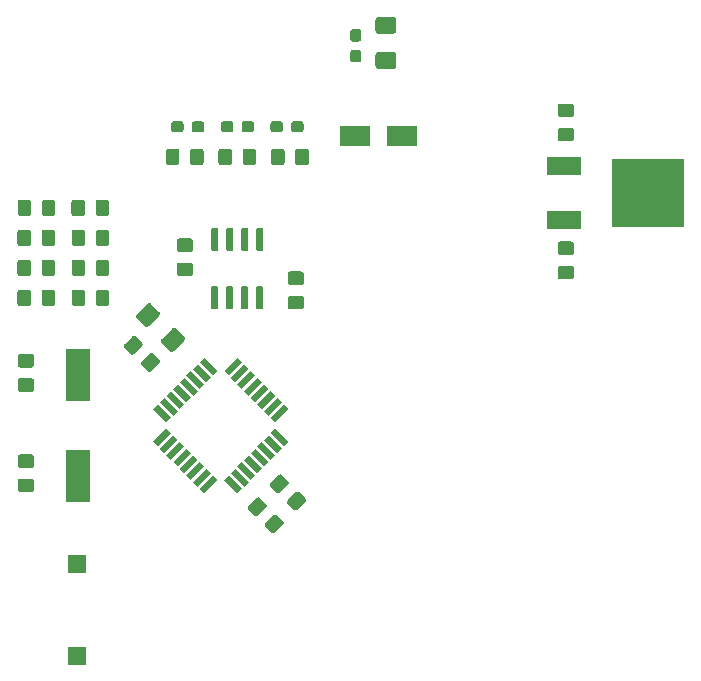
<source format=gbr>
G04 #@! TF.GenerationSoftware,KiCad,Pcbnew,5.1.5-52549c5~86~ubuntu18.04.1*
G04 #@! TF.CreationDate,2020-05-19T19:30:44+02:00*
G04 #@! TF.ProjectId,antenna_switch_comms,616e7465-6e6e-4615-9f73-77697463685f,rev?*
G04 #@! TF.SameCoordinates,Original*
G04 #@! TF.FileFunction,Paste,Top*
G04 #@! TF.FilePolarity,Positive*
%FSLAX46Y46*%
G04 Gerber Fmt 4.6, Leading zero omitted, Abs format (unit mm)*
G04 Created by KiCad (PCBNEW 5.1.5-52549c5~86~ubuntu18.04.1) date 2020-05-19 19:30:44*
%MOMM*%
%LPD*%
G04 APERTURE LIST*
%ADD10C,0.100000*%
%ADD11R,2.000000X4.500000*%
%ADD12R,2.500000X1.800000*%
%ADD13R,1.500000X1.500000*%
%ADD14R,3.000000X1.600000*%
%ADD15R,6.200000X5.800000*%
G04 APERTURE END LIST*
D10*
G36*
X119138409Y-149096225D02*
G01*
X119162678Y-149099825D01*
X119186476Y-149105786D01*
X119209576Y-149114051D01*
X119231754Y-149124541D01*
X119252798Y-149137154D01*
X119272503Y-149151768D01*
X119290682Y-149168244D01*
X119944756Y-149822318D01*
X119961232Y-149840497D01*
X119975846Y-149860202D01*
X119988459Y-149881246D01*
X119998949Y-149903424D01*
X120007214Y-149926524D01*
X120013175Y-149950322D01*
X120016775Y-149974591D01*
X120017979Y-149999095D01*
X120016775Y-150023599D01*
X120013175Y-150047868D01*
X120007214Y-150071666D01*
X119998949Y-150094766D01*
X119988459Y-150116944D01*
X119975846Y-150137988D01*
X119961232Y-150157693D01*
X119944756Y-150175872D01*
X119060872Y-151059756D01*
X119042693Y-151076232D01*
X119022988Y-151090846D01*
X119001944Y-151103459D01*
X118979766Y-151113949D01*
X118956666Y-151122214D01*
X118932868Y-151128175D01*
X118908599Y-151131775D01*
X118884095Y-151132979D01*
X118859591Y-151131775D01*
X118835322Y-151128175D01*
X118811524Y-151122214D01*
X118788424Y-151113949D01*
X118766246Y-151103459D01*
X118745202Y-151090846D01*
X118725497Y-151076232D01*
X118707318Y-151059756D01*
X118053244Y-150405682D01*
X118036768Y-150387503D01*
X118022154Y-150367798D01*
X118009541Y-150346754D01*
X117999051Y-150324576D01*
X117990786Y-150301476D01*
X117984825Y-150277678D01*
X117981225Y-150253409D01*
X117980021Y-150228905D01*
X117981225Y-150204401D01*
X117984825Y-150180132D01*
X117990786Y-150156334D01*
X117999051Y-150133234D01*
X118009541Y-150111056D01*
X118022154Y-150090012D01*
X118036768Y-150070307D01*
X118053244Y-150052128D01*
X118937128Y-149168244D01*
X118955307Y-149151768D01*
X118975012Y-149137154D01*
X118996056Y-149124541D01*
X119018234Y-149114051D01*
X119041334Y-149105786D01*
X119065132Y-149099825D01*
X119089401Y-149096225D01*
X119113905Y-149095021D01*
X119138409Y-149096225D01*
G37*
G36*
X117034767Y-146992583D02*
G01*
X117059036Y-146996183D01*
X117082834Y-147002144D01*
X117105934Y-147010409D01*
X117128112Y-147020899D01*
X117149156Y-147033512D01*
X117168861Y-147048126D01*
X117187040Y-147064602D01*
X117841114Y-147718676D01*
X117857590Y-147736855D01*
X117872204Y-147756560D01*
X117884817Y-147777604D01*
X117895307Y-147799782D01*
X117903572Y-147822882D01*
X117909533Y-147846680D01*
X117913133Y-147870949D01*
X117914337Y-147895453D01*
X117913133Y-147919957D01*
X117909533Y-147944226D01*
X117903572Y-147968024D01*
X117895307Y-147991124D01*
X117884817Y-148013302D01*
X117872204Y-148034346D01*
X117857590Y-148054051D01*
X117841114Y-148072230D01*
X116957230Y-148956114D01*
X116939051Y-148972590D01*
X116919346Y-148987204D01*
X116898302Y-148999817D01*
X116876124Y-149010307D01*
X116853024Y-149018572D01*
X116829226Y-149024533D01*
X116804957Y-149028133D01*
X116780453Y-149029337D01*
X116755949Y-149028133D01*
X116731680Y-149024533D01*
X116707882Y-149018572D01*
X116684782Y-149010307D01*
X116662604Y-148999817D01*
X116641560Y-148987204D01*
X116621855Y-148972590D01*
X116603676Y-148956114D01*
X115949602Y-148302040D01*
X115933126Y-148283861D01*
X115918512Y-148264156D01*
X115905899Y-148243112D01*
X115895409Y-148220934D01*
X115887144Y-148197834D01*
X115881183Y-148174036D01*
X115877583Y-148149767D01*
X115876379Y-148125263D01*
X115877583Y-148100759D01*
X115881183Y-148076490D01*
X115887144Y-148052692D01*
X115895409Y-148029592D01*
X115905899Y-148007414D01*
X115918512Y-147986370D01*
X115933126Y-147966665D01*
X115949602Y-147948486D01*
X116833486Y-147064602D01*
X116851665Y-147048126D01*
X116871370Y-147033512D01*
X116892414Y-147020899D01*
X116914592Y-147010409D01*
X116937692Y-147002144D01*
X116961490Y-146996183D01*
X116985759Y-146992583D01*
X117010263Y-146991379D01*
X117034767Y-146992583D01*
G37*
D11*
X110998000Y-161603000D03*
X110998000Y-153103000D03*
D10*
G36*
X115757324Y-149772628D02*
G01*
X115781592Y-149776228D01*
X115805391Y-149782189D01*
X115828490Y-149790454D01*
X115850669Y-149800944D01*
X115871712Y-149813556D01*
X115891418Y-149828171D01*
X115909596Y-149844647D01*
X116369217Y-150304268D01*
X116385693Y-150322446D01*
X116400308Y-150342152D01*
X116412920Y-150363195D01*
X116423410Y-150385374D01*
X116431675Y-150408473D01*
X116437636Y-150432272D01*
X116441236Y-150456540D01*
X116442440Y-150481044D01*
X116441236Y-150505548D01*
X116437636Y-150529816D01*
X116431675Y-150553615D01*
X116423410Y-150576714D01*
X116412920Y-150598893D01*
X116400308Y-150619936D01*
X116385693Y-150639642D01*
X116369217Y-150657820D01*
X115732820Y-151294217D01*
X115714642Y-151310693D01*
X115694936Y-151325308D01*
X115673893Y-151337920D01*
X115651714Y-151348410D01*
X115628615Y-151356675D01*
X115604816Y-151362636D01*
X115580548Y-151366236D01*
X115556044Y-151367440D01*
X115531540Y-151366236D01*
X115507272Y-151362636D01*
X115483473Y-151356675D01*
X115460374Y-151348410D01*
X115438195Y-151337920D01*
X115417152Y-151325308D01*
X115397446Y-151310693D01*
X115379268Y-151294217D01*
X114919647Y-150834596D01*
X114903171Y-150816418D01*
X114888556Y-150796712D01*
X114875944Y-150775669D01*
X114865454Y-150753490D01*
X114857189Y-150730391D01*
X114851228Y-150706592D01*
X114847628Y-150682324D01*
X114846424Y-150657820D01*
X114847628Y-150633316D01*
X114851228Y-150609048D01*
X114857189Y-150585249D01*
X114865454Y-150562150D01*
X114875944Y-150539971D01*
X114888556Y-150518928D01*
X114903171Y-150499222D01*
X114919647Y-150481044D01*
X115556044Y-149844647D01*
X115574222Y-149828171D01*
X115593928Y-149813556D01*
X115614971Y-149800944D01*
X115637150Y-149790454D01*
X115660249Y-149782189D01*
X115684048Y-149776228D01*
X115708316Y-149772628D01*
X115732820Y-149771424D01*
X115757324Y-149772628D01*
G37*
G36*
X117206892Y-151222196D02*
G01*
X117231160Y-151225796D01*
X117254959Y-151231757D01*
X117278058Y-151240022D01*
X117300237Y-151250512D01*
X117321280Y-151263124D01*
X117340986Y-151277739D01*
X117359164Y-151294215D01*
X117818785Y-151753836D01*
X117835261Y-151772014D01*
X117849876Y-151791720D01*
X117862488Y-151812763D01*
X117872978Y-151834942D01*
X117881243Y-151858041D01*
X117887204Y-151881840D01*
X117890804Y-151906108D01*
X117892008Y-151930612D01*
X117890804Y-151955116D01*
X117887204Y-151979384D01*
X117881243Y-152003183D01*
X117872978Y-152026282D01*
X117862488Y-152048461D01*
X117849876Y-152069504D01*
X117835261Y-152089210D01*
X117818785Y-152107388D01*
X117182388Y-152743785D01*
X117164210Y-152760261D01*
X117144504Y-152774876D01*
X117123461Y-152787488D01*
X117101282Y-152797978D01*
X117078183Y-152806243D01*
X117054384Y-152812204D01*
X117030116Y-152815804D01*
X117005612Y-152817008D01*
X116981108Y-152815804D01*
X116956840Y-152812204D01*
X116933041Y-152806243D01*
X116909942Y-152797978D01*
X116887763Y-152787488D01*
X116866720Y-152774876D01*
X116847014Y-152760261D01*
X116828836Y-152743785D01*
X116369215Y-152284164D01*
X116352739Y-152265986D01*
X116338124Y-152246280D01*
X116325512Y-152225237D01*
X116315022Y-152203058D01*
X116306757Y-152179959D01*
X116300796Y-152156160D01*
X116297196Y-152131892D01*
X116295992Y-152107388D01*
X116297196Y-152082884D01*
X116300796Y-152058616D01*
X116306757Y-152034817D01*
X116315022Y-152011718D01*
X116325512Y-151989539D01*
X116338124Y-151968496D01*
X116352739Y-151948790D01*
X116369215Y-151930612D01*
X117005612Y-151294215D01*
X117023790Y-151277739D01*
X117043496Y-151263124D01*
X117064539Y-151250512D01*
X117086718Y-151240022D01*
X117109817Y-151231757D01*
X117133616Y-151225796D01*
X117157884Y-151222196D01*
X117182388Y-151220992D01*
X117206892Y-151222196D01*
G37*
G36*
X126261108Y-163451412D02*
G01*
X126285376Y-163455012D01*
X126309175Y-163460973D01*
X126332274Y-163469238D01*
X126354453Y-163479728D01*
X126375496Y-163492340D01*
X126395202Y-163506955D01*
X126413380Y-163523431D01*
X126873001Y-163983052D01*
X126889477Y-164001230D01*
X126904092Y-164020936D01*
X126916704Y-164041979D01*
X126927194Y-164064158D01*
X126935459Y-164087257D01*
X126941420Y-164111056D01*
X126945020Y-164135324D01*
X126946224Y-164159828D01*
X126945020Y-164184332D01*
X126941420Y-164208600D01*
X126935459Y-164232399D01*
X126927194Y-164255498D01*
X126916704Y-164277677D01*
X126904092Y-164298720D01*
X126889477Y-164318426D01*
X126873001Y-164336604D01*
X126236604Y-164973001D01*
X126218426Y-164989477D01*
X126198720Y-165004092D01*
X126177677Y-165016704D01*
X126155498Y-165027194D01*
X126132399Y-165035459D01*
X126108600Y-165041420D01*
X126084332Y-165045020D01*
X126059828Y-165046224D01*
X126035324Y-165045020D01*
X126011056Y-165041420D01*
X125987257Y-165035459D01*
X125964158Y-165027194D01*
X125941979Y-165016704D01*
X125920936Y-165004092D01*
X125901230Y-164989477D01*
X125883052Y-164973001D01*
X125423431Y-164513380D01*
X125406955Y-164495202D01*
X125392340Y-164475496D01*
X125379728Y-164454453D01*
X125369238Y-164432274D01*
X125360973Y-164409175D01*
X125355012Y-164385376D01*
X125351412Y-164361108D01*
X125350208Y-164336604D01*
X125351412Y-164312100D01*
X125355012Y-164287832D01*
X125360973Y-164264033D01*
X125369238Y-164240934D01*
X125379728Y-164218755D01*
X125392340Y-164197712D01*
X125406955Y-164178006D01*
X125423431Y-164159828D01*
X126059828Y-163523431D01*
X126078006Y-163506955D01*
X126097712Y-163492340D01*
X126118755Y-163479728D01*
X126140934Y-163469238D01*
X126164033Y-163460973D01*
X126187832Y-163455012D01*
X126212100Y-163451412D01*
X126236604Y-163450208D01*
X126261108Y-163451412D01*
G37*
G36*
X127710676Y-164900980D02*
G01*
X127734944Y-164904580D01*
X127758743Y-164910541D01*
X127781842Y-164918806D01*
X127804021Y-164929296D01*
X127825064Y-164941908D01*
X127844770Y-164956523D01*
X127862948Y-164972999D01*
X128322569Y-165432620D01*
X128339045Y-165450798D01*
X128353660Y-165470504D01*
X128366272Y-165491547D01*
X128376762Y-165513726D01*
X128385027Y-165536825D01*
X128390988Y-165560624D01*
X128394588Y-165584892D01*
X128395792Y-165609396D01*
X128394588Y-165633900D01*
X128390988Y-165658168D01*
X128385027Y-165681967D01*
X128376762Y-165705066D01*
X128366272Y-165727245D01*
X128353660Y-165748288D01*
X128339045Y-165767994D01*
X128322569Y-165786172D01*
X127686172Y-166422569D01*
X127667994Y-166439045D01*
X127648288Y-166453660D01*
X127627245Y-166466272D01*
X127605066Y-166476762D01*
X127581967Y-166485027D01*
X127558168Y-166490988D01*
X127533900Y-166494588D01*
X127509396Y-166495792D01*
X127484892Y-166494588D01*
X127460624Y-166490988D01*
X127436825Y-166485027D01*
X127413726Y-166476762D01*
X127391547Y-166466272D01*
X127370504Y-166453660D01*
X127350798Y-166439045D01*
X127332620Y-166422569D01*
X126872999Y-165962948D01*
X126856523Y-165944770D01*
X126841908Y-165925064D01*
X126829296Y-165904021D01*
X126818806Y-165881842D01*
X126810541Y-165858743D01*
X126804580Y-165834944D01*
X126800980Y-165810676D01*
X126799776Y-165786172D01*
X126800980Y-165761668D01*
X126804580Y-165737400D01*
X126810541Y-165713601D01*
X126818806Y-165690502D01*
X126829296Y-165668323D01*
X126841908Y-165647280D01*
X126856523Y-165627574D01*
X126872999Y-165609396D01*
X127509396Y-164972999D01*
X127527574Y-164956523D01*
X127547280Y-164941908D01*
X127568323Y-164929296D01*
X127590502Y-164918806D01*
X127613601Y-164910541D01*
X127637400Y-164904580D01*
X127661668Y-164900980D01*
X127686172Y-164899776D01*
X127710676Y-164900980D01*
G37*
G36*
X129578460Y-162958764D02*
G01*
X129602728Y-162962364D01*
X129626527Y-162968325D01*
X129649626Y-162976590D01*
X129671805Y-162987080D01*
X129692848Y-162999692D01*
X129712554Y-163014307D01*
X129730732Y-163030783D01*
X130190353Y-163490404D01*
X130206829Y-163508582D01*
X130221444Y-163528288D01*
X130234056Y-163549331D01*
X130244546Y-163571510D01*
X130252811Y-163594609D01*
X130258772Y-163618408D01*
X130262372Y-163642676D01*
X130263576Y-163667180D01*
X130262372Y-163691684D01*
X130258772Y-163715952D01*
X130252811Y-163739751D01*
X130244546Y-163762850D01*
X130234056Y-163785029D01*
X130221444Y-163806072D01*
X130206829Y-163825778D01*
X130190353Y-163843956D01*
X129553956Y-164480353D01*
X129535778Y-164496829D01*
X129516072Y-164511444D01*
X129495029Y-164524056D01*
X129472850Y-164534546D01*
X129449751Y-164542811D01*
X129425952Y-164548772D01*
X129401684Y-164552372D01*
X129377180Y-164553576D01*
X129352676Y-164552372D01*
X129328408Y-164548772D01*
X129304609Y-164542811D01*
X129281510Y-164534546D01*
X129259331Y-164524056D01*
X129238288Y-164511444D01*
X129218582Y-164496829D01*
X129200404Y-164480353D01*
X128740783Y-164020732D01*
X128724307Y-164002554D01*
X128709692Y-163982848D01*
X128697080Y-163961805D01*
X128686590Y-163939626D01*
X128678325Y-163916527D01*
X128672364Y-163892728D01*
X128668764Y-163868460D01*
X128667560Y-163843956D01*
X128668764Y-163819452D01*
X128672364Y-163795184D01*
X128678325Y-163771385D01*
X128686590Y-163748286D01*
X128697080Y-163726107D01*
X128709692Y-163705064D01*
X128724307Y-163685358D01*
X128740783Y-163667180D01*
X129377180Y-163030783D01*
X129395358Y-163014307D01*
X129415064Y-162999692D01*
X129436107Y-162987080D01*
X129458286Y-162976590D01*
X129481385Y-162968325D01*
X129505184Y-162962364D01*
X129529452Y-162958764D01*
X129553956Y-162957560D01*
X129578460Y-162958764D01*
G37*
G36*
X128128892Y-161509196D02*
G01*
X128153160Y-161512796D01*
X128176959Y-161518757D01*
X128200058Y-161527022D01*
X128222237Y-161537512D01*
X128243280Y-161550124D01*
X128262986Y-161564739D01*
X128281164Y-161581215D01*
X128740785Y-162040836D01*
X128757261Y-162059014D01*
X128771876Y-162078720D01*
X128784488Y-162099763D01*
X128794978Y-162121942D01*
X128803243Y-162145041D01*
X128809204Y-162168840D01*
X128812804Y-162193108D01*
X128814008Y-162217612D01*
X128812804Y-162242116D01*
X128809204Y-162266384D01*
X128803243Y-162290183D01*
X128794978Y-162313282D01*
X128784488Y-162335461D01*
X128771876Y-162356504D01*
X128757261Y-162376210D01*
X128740785Y-162394388D01*
X128104388Y-163030785D01*
X128086210Y-163047261D01*
X128066504Y-163061876D01*
X128045461Y-163074488D01*
X128023282Y-163084978D01*
X128000183Y-163093243D01*
X127976384Y-163099204D01*
X127952116Y-163102804D01*
X127927612Y-163104008D01*
X127903108Y-163102804D01*
X127878840Y-163099204D01*
X127855041Y-163093243D01*
X127831942Y-163084978D01*
X127809763Y-163074488D01*
X127788720Y-163061876D01*
X127769014Y-163047261D01*
X127750836Y-163030785D01*
X127291215Y-162571164D01*
X127274739Y-162552986D01*
X127260124Y-162533280D01*
X127247512Y-162512237D01*
X127237022Y-162490058D01*
X127228757Y-162466959D01*
X127222796Y-162443160D01*
X127219196Y-162418892D01*
X127217992Y-162394388D01*
X127219196Y-162369884D01*
X127222796Y-162345616D01*
X127228757Y-162321817D01*
X127237022Y-162298718D01*
X127247512Y-162276539D01*
X127260124Y-162255496D01*
X127274739Y-162235790D01*
X127291215Y-162217612D01*
X127927612Y-161581215D01*
X127945790Y-161564739D01*
X127965496Y-161550124D01*
X127986539Y-161537512D01*
X128008718Y-161527022D01*
X128031817Y-161518757D01*
X128055616Y-161512796D01*
X128079884Y-161509196D01*
X128104388Y-161507992D01*
X128128892Y-161509196D01*
G37*
G36*
X107027505Y-153359204D02*
G01*
X107051773Y-153362804D01*
X107075572Y-153368765D01*
X107098671Y-153377030D01*
X107120850Y-153387520D01*
X107141893Y-153400132D01*
X107161599Y-153414747D01*
X107179777Y-153431223D01*
X107196253Y-153449401D01*
X107210868Y-153469107D01*
X107223480Y-153490150D01*
X107233970Y-153512329D01*
X107242235Y-153535428D01*
X107248196Y-153559227D01*
X107251796Y-153583495D01*
X107253000Y-153607999D01*
X107253000Y-154258001D01*
X107251796Y-154282505D01*
X107248196Y-154306773D01*
X107242235Y-154330572D01*
X107233970Y-154353671D01*
X107223480Y-154375850D01*
X107210868Y-154396893D01*
X107196253Y-154416599D01*
X107179777Y-154434777D01*
X107161599Y-154451253D01*
X107141893Y-154465868D01*
X107120850Y-154478480D01*
X107098671Y-154488970D01*
X107075572Y-154497235D01*
X107051773Y-154503196D01*
X107027505Y-154506796D01*
X107003001Y-154508000D01*
X106102999Y-154508000D01*
X106078495Y-154506796D01*
X106054227Y-154503196D01*
X106030428Y-154497235D01*
X106007329Y-154488970D01*
X105985150Y-154478480D01*
X105964107Y-154465868D01*
X105944401Y-154451253D01*
X105926223Y-154434777D01*
X105909747Y-154416599D01*
X105895132Y-154396893D01*
X105882520Y-154375850D01*
X105872030Y-154353671D01*
X105863765Y-154330572D01*
X105857804Y-154306773D01*
X105854204Y-154282505D01*
X105853000Y-154258001D01*
X105853000Y-153607999D01*
X105854204Y-153583495D01*
X105857804Y-153559227D01*
X105863765Y-153535428D01*
X105872030Y-153512329D01*
X105882520Y-153490150D01*
X105895132Y-153469107D01*
X105909747Y-153449401D01*
X105926223Y-153431223D01*
X105944401Y-153414747D01*
X105964107Y-153400132D01*
X105985150Y-153387520D01*
X106007329Y-153377030D01*
X106030428Y-153368765D01*
X106054227Y-153362804D01*
X106078495Y-153359204D01*
X106102999Y-153358000D01*
X107003001Y-153358000D01*
X107027505Y-153359204D01*
G37*
G36*
X107027505Y-151309204D02*
G01*
X107051773Y-151312804D01*
X107075572Y-151318765D01*
X107098671Y-151327030D01*
X107120850Y-151337520D01*
X107141893Y-151350132D01*
X107161599Y-151364747D01*
X107179777Y-151381223D01*
X107196253Y-151399401D01*
X107210868Y-151419107D01*
X107223480Y-151440150D01*
X107233970Y-151462329D01*
X107242235Y-151485428D01*
X107248196Y-151509227D01*
X107251796Y-151533495D01*
X107253000Y-151557999D01*
X107253000Y-152208001D01*
X107251796Y-152232505D01*
X107248196Y-152256773D01*
X107242235Y-152280572D01*
X107233970Y-152303671D01*
X107223480Y-152325850D01*
X107210868Y-152346893D01*
X107196253Y-152366599D01*
X107179777Y-152384777D01*
X107161599Y-152401253D01*
X107141893Y-152415868D01*
X107120850Y-152428480D01*
X107098671Y-152438970D01*
X107075572Y-152447235D01*
X107051773Y-152453196D01*
X107027505Y-152456796D01*
X107003001Y-152458000D01*
X106102999Y-152458000D01*
X106078495Y-152456796D01*
X106054227Y-152453196D01*
X106030428Y-152447235D01*
X106007329Y-152438970D01*
X105985150Y-152428480D01*
X105964107Y-152415868D01*
X105944401Y-152401253D01*
X105926223Y-152384777D01*
X105909747Y-152366599D01*
X105895132Y-152346893D01*
X105882520Y-152325850D01*
X105872030Y-152303671D01*
X105863765Y-152280572D01*
X105857804Y-152256773D01*
X105854204Y-152232505D01*
X105853000Y-152208001D01*
X105853000Y-151557999D01*
X105854204Y-151533495D01*
X105857804Y-151509227D01*
X105863765Y-151485428D01*
X105872030Y-151462329D01*
X105882520Y-151440150D01*
X105895132Y-151419107D01*
X105909747Y-151399401D01*
X105926223Y-151381223D01*
X105944401Y-151364747D01*
X105964107Y-151350132D01*
X105985150Y-151337520D01*
X106007329Y-151327030D01*
X106030428Y-151318765D01*
X106054227Y-151312804D01*
X106078495Y-151309204D01*
X106102999Y-151308000D01*
X107003001Y-151308000D01*
X107027505Y-151309204D01*
G37*
G36*
X107027505Y-159809204D02*
G01*
X107051773Y-159812804D01*
X107075572Y-159818765D01*
X107098671Y-159827030D01*
X107120850Y-159837520D01*
X107141893Y-159850132D01*
X107161599Y-159864747D01*
X107179777Y-159881223D01*
X107196253Y-159899401D01*
X107210868Y-159919107D01*
X107223480Y-159940150D01*
X107233970Y-159962329D01*
X107242235Y-159985428D01*
X107248196Y-160009227D01*
X107251796Y-160033495D01*
X107253000Y-160057999D01*
X107253000Y-160708001D01*
X107251796Y-160732505D01*
X107248196Y-160756773D01*
X107242235Y-160780572D01*
X107233970Y-160803671D01*
X107223480Y-160825850D01*
X107210868Y-160846893D01*
X107196253Y-160866599D01*
X107179777Y-160884777D01*
X107161599Y-160901253D01*
X107141893Y-160915868D01*
X107120850Y-160928480D01*
X107098671Y-160938970D01*
X107075572Y-160947235D01*
X107051773Y-160953196D01*
X107027505Y-160956796D01*
X107003001Y-160958000D01*
X106102999Y-160958000D01*
X106078495Y-160956796D01*
X106054227Y-160953196D01*
X106030428Y-160947235D01*
X106007329Y-160938970D01*
X105985150Y-160928480D01*
X105964107Y-160915868D01*
X105944401Y-160901253D01*
X105926223Y-160884777D01*
X105909747Y-160866599D01*
X105895132Y-160846893D01*
X105882520Y-160825850D01*
X105872030Y-160803671D01*
X105863765Y-160780572D01*
X105857804Y-160756773D01*
X105854204Y-160732505D01*
X105853000Y-160708001D01*
X105853000Y-160057999D01*
X105854204Y-160033495D01*
X105857804Y-160009227D01*
X105863765Y-159985428D01*
X105872030Y-159962329D01*
X105882520Y-159940150D01*
X105895132Y-159919107D01*
X105909747Y-159899401D01*
X105926223Y-159881223D01*
X105944401Y-159864747D01*
X105964107Y-159850132D01*
X105985150Y-159837520D01*
X106007329Y-159827030D01*
X106030428Y-159818765D01*
X106054227Y-159812804D01*
X106078495Y-159809204D01*
X106102999Y-159808000D01*
X107003001Y-159808000D01*
X107027505Y-159809204D01*
G37*
G36*
X107027505Y-161859204D02*
G01*
X107051773Y-161862804D01*
X107075572Y-161868765D01*
X107098671Y-161877030D01*
X107120850Y-161887520D01*
X107141893Y-161900132D01*
X107161599Y-161914747D01*
X107179777Y-161931223D01*
X107196253Y-161949401D01*
X107210868Y-161969107D01*
X107223480Y-161990150D01*
X107233970Y-162012329D01*
X107242235Y-162035428D01*
X107248196Y-162059227D01*
X107251796Y-162083495D01*
X107253000Y-162107999D01*
X107253000Y-162758001D01*
X107251796Y-162782505D01*
X107248196Y-162806773D01*
X107242235Y-162830572D01*
X107233970Y-162853671D01*
X107223480Y-162875850D01*
X107210868Y-162896893D01*
X107196253Y-162916599D01*
X107179777Y-162934777D01*
X107161599Y-162951253D01*
X107141893Y-162965868D01*
X107120850Y-162978480D01*
X107098671Y-162988970D01*
X107075572Y-162997235D01*
X107051773Y-163003196D01*
X107027505Y-163006796D01*
X107003001Y-163008000D01*
X106102999Y-163008000D01*
X106078495Y-163006796D01*
X106054227Y-163003196D01*
X106030428Y-162997235D01*
X106007329Y-162988970D01*
X105985150Y-162978480D01*
X105964107Y-162965868D01*
X105944401Y-162951253D01*
X105926223Y-162934777D01*
X105909747Y-162916599D01*
X105895132Y-162896893D01*
X105882520Y-162875850D01*
X105872030Y-162853671D01*
X105863765Y-162830572D01*
X105857804Y-162806773D01*
X105854204Y-162782505D01*
X105853000Y-162758001D01*
X105853000Y-162107999D01*
X105854204Y-162083495D01*
X105857804Y-162059227D01*
X105863765Y-162035428D01*
X105872030Y-162012329D01*
X105882520Y-161990150D01*
X105895132Y-161969107D01*
X105909747Y-161949401D01*
X105926223Y-161931223D01*
X105944401Y-161914747D01*
X105964107Y-161900132D01*
X105985150Y-161887520D01*
X106007329Y-161877030D01*
X106030428Y-161868765D01*
X106054227Y-161862804D01*
X106078495Y-161859204D01*
X106102999Y-161858000D01*
X107003001Y-161858000D01*
X107027505Y-161859204D01*
G37*
G36*
X120489505Y-143571204D02*
G01*
X120513773Y-143574804D01*
X120537572Y-143580765D01*
X120560671Y-143589030D01*
X120582850Y-143599520D01*
X120603893Y-143612132D01*
X120623599Y-143626747D01*
X120641777Y-143643223D01*
X120658253Y-143661401D01*
X120672868Y-143681107D01*
X120685480Y-143702150D01*
X120695970Y-143724329D01*
X120704235Y-143747428D01*
X120710196Y-143771227D01*
X120713796Y-143795495D01*
X120715000Y-143819999D01*
X120715000Y-144470001D01*
X120713796Y-144494505D01*
X120710196Y-144518773D01*
X120704235Y-144542572D01*
X120695970Y-144565671D01*
X120685480Y-144587850D01*
X120672868Y-144608893D01*
X120658253Y-144628599D01*
X120641777Y-144646777D01*
X120623599Y-144663253D01*
X120603893Y-144677868D01*
X120582850Y-144690480D01*
X120560671Y-144700970D01*
X120537572Y-144709235D01*
X120513773Y-144715196D01*
X120489505Y-144718796D01*
X120465001Y-144720000D01*
X119564999Y-144720000D01*
X119540495Y-144718796D01*
X119516227Y-144715196D01*
X119492428Y-144709235D01*
X119469329Y-144700970D01*
X119447150Y-144690480D01*
X119426107Y-144677868D01*
X119406401Y-144663253D01*
X119388223Y-144646777D01*
X119371747Y-144628599D01*
X119357132Y-144608893D01*
X119344520Y-144587850D01*
X119334030Y-144565671D01*
X119325765Y-144542572D01*
X119319804Y-144518773D01*
X119316204Y-144494505D01*
X119315000Y-144470001D01*
X119315000Y-143819999D01*
X119316204Y-143795495D01*
X119319804Y-143771227D01*
X119325765Y-143747428D01*
X119334030Y-143724329D01*
X119344520Y-143702150D01*
X119357132Y-143681107D01*
X119371747Y-143661401D01*
X119388223Y-143643223D01*
X119406401Y-143626747D01*
X119426107Y-143612132D01*
X119447150Y-143599520D01*
X119469329Y-143589030D01*
X119492428Y-143580765D01*
X119516227Y-143574804D01*
X119540495Y-143571204D01*
X119564999Y-143570000D01*
X120465001Y-143570000D01*
X120489505Y-143571204D01*
G37*
G36*
X120489505Y-141521204D02*
G01*
X120513773Y-141524804D01*
X120537572Y-141530765D01*
X120560671Y-141539030D01*
X120582850Y-141549520D01*
X120603893Y-141562132D01*
X120623599Y-141576747D01*
X120641777Y-141593223D01*
X120658253Y-141611401D01*
X120672868Y-141631107D01*
X120685480Y-141652150D01*
X120695970Y-141674329D01*
X120704235Y-141697428D01*
X120710196Y-141721227D01*
X120713796Y-141745495D01*
X120715000Y-141769999D01*
X120715000Y-142420001D01*
X120713796Y-142444505D01*
X120710196Y-142468773D01*
X120704235Y-142492572D01*
X120695970Y-142515671D01*
X120685480Y-142537850D01*
X120672868Y-142558893D01*
X120658253Y-142578599D01*
X120641777Y-142596777D01*
X120623599Y-142613253D01*
X120603893Y-142627868D01*
X120582850Y-142640480D01*
X120560671Y-142650970D01*
X120537572Y-142659235D01*
X120513773Y-142665196D01*
X120489505Y-142668796D01*
X120465001Y-142670000D01*
X119564999Y-142670000D01*
X119540495Y-142668796D01*
X119516227Y-142665196D01*
X119492428Y-142659235D01*
X119469329Y-142650970D01*
X119447150Y-142640480D01*
X119426107Y-142627868D01*
X119406401Y-142613253D01*
X119388223Y-142596777D01*
X119371747Y-142578599D01*
X119357132Y-142558893D01*
X119344520Y-142537850D01*
X119334030Y-142515671D01*
X119325765Y-142492572D01*
X119319804Y-142468773D01*
X119316204Y-142444505D01*
X119315000Y-142420001D01*
X119315000Y-141769999D01*
X119316204Y-141745495D01*
X119319804Y-141721227D01*
X119325765Y-141697428D01*
X119334030Y-141674329D01*
X119344520Y-141652150D01*
X119357132Y-141631107D01*
X119371747Y-141611401D01*
X119388223Y-141593223D01*
X119406401Y-141576747D01*
X119426107Y-141562132D01*
X119447150Y-141549520D01*
X119469329Y-141539030D01*
X119492428Y-141530765D01*
X119516227Y-141524804D01*
X119540495Y-141521204D01*
X119564999Y-141520000D01*
X120465001Y-141520000D01*
X120489505Y-141521204D01*
G37*
G36*
X152747505Y-130109204D02*
G01*
X152771773Y-130112804D01*
X152795572Y-130118765D01*
X152818671Y-130127030D01*
X152840850Y-130137520D01*
X152861893Y-130150132D01*
X152881599Y-130164747D01*
X152899777Y-130181223D01*
X152916253Y-130199401D01*
X152930868Y-130219107D01*
X152943480Y-130240150D01*
X152953970Y-130262329D01*
X152962235Y-130285428D01*
X152968196Y-130309227D01*
X152971796Y-130333495D01*
X152973000Y-130357999D01*
X152973000Y-131008001D01*
X152971796Y-131032505D01*
X152968196Y-131056773D01*
X152962235Y-131080572D01*
X152953970Y-131103671D01*
X152943480Y-131125850D01*
X152930868Y-131146893D01*
X152916253Y-131166599D01*
X152899777Y-131184777D01*
X152881599Y-131201253D01*
X152861893Y-131215868D01*
X152840850Y-131228480D01*
X152818671Y-131238970D01*
X152795572Y-131247235D01*
X152771773Y-131253196D01*
X152747505Y-131256796D01*
X152723001Y-131258000D01*
X151822999Y-131258000D01*
X151798495Y-131256796D01*
X151774227Y-131253196D01*
X151750428Y-131247235D01*
X151727329Y-131238970D01*
X151705150Y-131228480D01*
X151684107Y-131215868D01*
X151664401Y-131201253D01*
X151646223Y-131184777D01*
X151629747Y-131166599D01*
X151615132Y-131146893D01*
X151602520Y-131125850D01*
X151592030Y-131103671D01*
X151583765Y-131080572D01*
X151577804Y-131056773D01*
X151574204Y-131032505D01*
X151573000Y-131008001D01*
X151573000Y-130357999D01*
X151574204Y-130333495D01*
X151577804Y-130309227D01*
X151583765Y-130285428D01*
X151592030Y-130262329D01*
X151602520Y-130240150D01*
X151615132Y-130219107D01*
X151629747Y-130199401D01*
X151646223Y-130181223D01*
X151664401Y-130164747D01*
X151684107Y-130150132D01*
X151705150Y-130137520D01*
X151727329Y-130127030D01*
X151750428Y-130118765D01*
X151774227Y-130112804D01*
X151798495Y-130109204D01*
X151822999Y-130108000D01*
X152723001Y-130108000D01*
X152747505Y-130109204D01*
G37*
G36*
X152747505Y-132159204D02*
G01*
X152771773Y-132162804D01*
X152795572Y-132168765D01*
X152818671Y-132177030D01*
X152840850Y-132187520D01*
X152861893Y-132200132D01*
X152881599Y-132214747D01*
X152899777Y-132231223D01*
X152916253Y-132249401D01*
X152930868Y-132269107D01*
X152943480Y-132290150D01*
X152953970Y-132312329D01*
X152962235Y-132335428D01*
X152968196Y-132359227D01*
X152971796Y-132383495D01*
X152973000Y-132407999D01*
X152973000Y-133058001D01*
X152971796Y-133082505D01*
X152968196Y-133106773D01*
X152962235Y-133130572D01*
X152953970Y-133153671D01*
X152943480Y-133175850D01*
X152930868Y-133196893D01*
X152916253Y-133216599D01*
X152899777Y-133234777D01*
X152881599Y-133251253D01*
X152861893Y-133265868D01*
X152840850Y-133278480D01*
X152818671Y-133288970D01*
X152795572Y-133297235D01*
X152771773Y-133303196D01*
X152747505Y-133306796D01*
X152723001Y-133308000D01*
X151822999Y-133308000D01*
X151798495Y-133306796D01*
X151774227Y-133303196D01*
X151750428Y-133297235D01*
X151727329Y-133288970D01*
X151705150Y-133278480D01*
X151684107Y-133265868D01*
X151664401Y-133251253D01*
X151646223Y-133234777D01*
X151629747Y-133216599D01*
X151615132Y-133196893D01*
X151602520Y-133175850D01*
X151592030Y-133153671D01*
X151583765Y-133130572D01*
X151577804Y-133106773D01*
X151574204Y-133082505D01*
X151573000Y-133058001D01*
X151573000Y-132407999D01*
X151574204Y-132383495D01*
X151577804Y-132359227D01*
X151583765Y-132335428D01*
X151592030Y-132312329D01*
X151602520Y-132290150D01*
X151615132Y-132269107D01*
X151629747Y-132249401D01*
X151646223Y-132231223D01*
X151664401Y-132214747D01*
X151684107Y-132200132D01*
X151705150Y-132187520D01*
X151727329Y-132177030D01*
X151750428Y-132168765D01*
X151774227Y-132162804D01*
X151798495Y-132159204D01*
X151822999Y-132158000D01*
X152723001Y-132158000D01*
X152747505Y-132159204D01*
G37*
G36*
X152747505Y-143834204D02*
G01*
X152771773Y-143837804D01*
X152795572Y-143843765D01*
X152818671Y-143852030D01*
X152840850Y-143862520D01*
X152861893Y-143875132D01*
X152881599Y-143889747D01*
X152899777Y-143906223D01*
X152916253Y-143924401D01*
X152930868Y-143944107D01*
X152943480Y-143965150D01*
X152953970Y-143987329D01*
X152962235Y-144010428D01*
X152968196Y-144034227D01*
X152971796Y-144058495D01*
X152973000Y-144082999D01*
X152973000Y-144733001D01*
X152971796Y-144757505D01*
X152968196Y-144781773D01*
X152962235Y-144805572D01*
X152953970Y-144828671D01*
X152943480Y-144850850D01*
X152930868Y-144871893D01*
X152916253Y-144891599D01*
X152899777Y-144909777D01*
X152881599Y-144926253D01*
X152861893Y-144940868D01*
X152840850Y-144953480D01*
X152818671Y-144963970D01*
X152795572Y-144972235D01*
X152771773Y-144978196D01*
X152747505Y-144981796D01*
X152723001Y-144983000D01*
X151822999Y-144983000D01*
X151798495Y-144981796D01*
X151774227Y-144978196D01*
X151750428Y-144972235D01*
X151727329Y-144963970D01*
X151705150Y-144953480D01*
X151684107Y-144940868D01*
X151664401Y-144926253D01*
X151646223Y-144909777D01*
X151629747Y-144891599D01*
X151615132Y-144871893D01*
X151602520Y-144850850D01*
X151592030Y-144828671D01*
X151583765Y-144805572D01*
X151577804Y-144781773D01*
X151574204Y-144757505D01*
X151573000Y-144733001D01*
X151573000Y-144082999D01*
X151574204Y-144058495D01*
X151577804Y-144034227D01*
X151583765Y-144010428D01*
X151592030Y-143987329D01*
X151602520Y-143965150D01*
X151615132Y-143944107D01*
X151629747Y-143924401D01*
X151646223Y-143906223D01*
X151664401Y-143889747D01*
X151684107Y-143875132D01*
X151705150Y-143862520D01*
X151727329Y-143852030D01*
X151750428Y-143843765D01*
X151774227Y-143837804D01*
X151798495Y-143834204D01*
X151822999Y-143833000D01*
X152723001Y-143833000D01*
X152747505Y-143834204D01*
G37*
G36*
X152747505Y-141784204D02*
G01*
X152771773Y-141787804D01*
X152795572Y-141793765D01*
X152818671Y-141802030D01*
X152840850Y-141812520D01*
X152861893Y-141825132D01*
X152881599Y-141839747D01*
X152899777Y-141856223D01*
X152916253Y-141874401D01*
X152930868Y-141894107D01*
X152943480Y-141915150D01*
X152953970Y-141937329D01*
X152962235Y-141960428D01*
X152968196Y-141984227D01*
X152971796Y-142008495D01*
X152973000Y-142032999D01*
X152973000Y-142683001D01*
X152971796Y-142707505D01*
X152968196Y-142731773D01*
X152962235Y-142755572D01*
X152953970Y-142778671D01*
X152943480Y-142800850D01*
X152930868Y-142821893D01*
X152916253Y-142841599D01*
X152899777Y-142859777D01*
X152881599Y-142876253D01*
X152861893Y-142890868D01*
X152840850Y-142903480D01*
X152818671Y-142913970D01*
X152795572Y-142922235D01*
X152771773Y-142928196D01*
X152747505Y-142931796D01*
X152723001Y-142933000D01*
X151822999Y-142933000D01*
X151798495Y-142931796D01*
X151774227Y-142928196D01*
X151750428Y-142922235D01*
X151727329Y-142913970D01*
X151705150Y-142903480D01*
X151684107Y-142890868D01*
X151664401Y-142876253D01*
X151646223Y-142859777D01*
X151629747Y-142841599D01*
X151615132Y-142821893D01*
X151602520Y-142800850D01*
X151592030Y-142778671D01*
X151583765Y-142755572D01*
X151577804Y-142731773D01*
X151574204Y-142707505D01*
X151573000Y-142683001D01*
X151573000Y-142032999D01*
X151574204Y-142008495D01*
X151577804Y-141984227D01*
X151583765Y-141960428D01*
X151592030Y-141937329D01*
X151602520Y-141915150D01*
X151615132Y-141894107D01*
X151629747Y-141874401D01*
X151646223Y-141856223D01*
X151664401Y-141839747D01*
X151684107Y-141825132D01*
X151705150Y-141812520D01*
X151727329Y-141802030D01*
X151750428Y-141793765D01*
X151774227Y-141787804D01*
X151798495Y-141784204D01*
X151822999Y-141783000D01*
X152723001Y-141783000D01*
X152747505Y-141784204D01*
G37*
G36*
X108807505Y-145859204D02*
G01*
X108831773Y-145862804D01*
X108855572Y-145868765D01*
X108878671Y-145877030D01*
X108900850Y-145887520D01*
X108921893Y-145900132D01*
X108941599Y-145914747D01*
X108959777Y-145931223D01*
X108976253Y-145949401D01*
X108990868Y-145969107D01*
X109003480Y-145990150D01*
X109013970Y-146012329D01*
X109022235Y-146035428D01*
X109028196Y-146059227D01*
X109031796Y-146083495D01*
X109033000Y-146107999D01*
X109033000Y-147008001D01*
X109031796Y-147032505D01*
X109028196Y-147056773D01*
X109022235Y-147080572D01*
X109013970Y-147103671D01*
X109003480Y-147125850D01*
X108990868Y-147146893D01*
X108976253Y-147166599D01*
X108959777Y-147184777D01*
X108941599Y-147201253D01*
X108921893Y-147215868D01*
X108900850Y-147228480D01*
X108878671Y-147238970D01*
X108855572Y-147247235D01*
X108831773Y-147253196D01*
X108807505Y-147256796D01*
X108783001Y-147258000D01*
X108132999Y-147258000D01*
X108108495Y-147256796D01*
X108084227Y-147253196D01*
X108060428Y-147247235D01*
X108037329Y-147238970D01*
X108015150Y-147228480D01*
X107994107Y-147215868D01*
X107974401Y-147201253D01*
X107956223Y-147184777D01*
X107939747Y-147166599D01*
X107925132Y-147146893D01*
X107912520Y-147125850D01*
X107902030Y-147103671D01*
X107893765Y-147080572D01*
X107887804Y-147056773D01*
X107884204Y-147032505D01*
X107883000Y-147008001D01*
X107883000Y-146107999D01*
X107884204Y-146083495D01*
X107887804Y-146059227D01*
X107893765Y-146035428D01*
X107902030Y-146012329D01*
X107912520Y-145990150D01*
X107925132Y-145969107D01*
X107939747Y-145949401D01*
X107956223Y-145931223D01*
X107974401Y-145914747D01*
X107994107Y-145900132D01*
X108015150Y-145887520D01*
X108037329Y-145877030D01*
X108060428Y-145868765D01*
X108084227Y-145862804D01*
X108108495Y-145859204D01*
X108132999Y-145858000D01*
X108783001Y-145858000D01*
X108807505Y-145859204D01*
G37*
G36*
X106757505Y-145859204D02*
G01*
X106781773Y-145862804D01*
X106805572Y-145868765D01*
X106828671Y-145877030D01*
X106850850Y-145887520D01*
X106871893Y-145900132D01*
X106891599Y-145914747D01*
X106909777Y-145931223D01*
X106926253Y-145949401D01*
X106940868Y-145969107D01*
X106953480Y-145990150D01*
X106963970Y-146012329D01*
X106972235Y-146035428D01*
X106978196Y-146059227D01*
X106981796Y-146083495D01*
X106983000Y-146107999D01*
X106983000Y-147008001D01*
X106981796Y-147032505D01*
X106978196Y-147056773D01*
X106972235Y-147080572D01*
X106963970Y-147103671D01*
X106953480Y-147125850D01*
X106940868Y-147146893D01*
X106926253Y-147166599D01*
X106909777Y-147184777D01*
X106891599Y-147201253D01*
X106871893Y-147215868D01*
X106850850Y-147228480D01*
X106828671Y-147238970D01*
X106805572Y-147247235D01*
X106781773Y-147253196D01*
X106757505Y-147256796D01*
X106733001Y-147258000D01*
X106082999Y-147258000D01*
X106058495Y-147256796D01*
X106034227Y-147253196D01*
X106010428Y-147247235D01*
X105987329Y-147238970D01*
X105965150Y-147228480D01*
X105944107Y-147215868D01*
X105924401Y-147201253D01*
X105906223Y-147184777D01*
X105889747Y-147166599D01*
X105875132Y-147146893D01*
X105862520Y-147125850D01*
X105852030Y-147103671D01*
X105843765Y-147080572D01*
X105837804Y-147056773D01*
X105834204Y-147032505D01*
X105833000Y-147008001D01*
X105833000Y-146107999D01*
X105834204Y-146083495D01*
X105837804Y-146059227D01*
X105843765Y-146035428D01*
X105852030Y-146012329D01*
X105862520Y-145990150D01*
X105875132Y-145969107D01*
X105889747Y-145949401D01*
X105906223Y-145931223D01*
X105924401Y-145914747D01*
X105944107Y-145900132D01*
X105965150Y-145887520D01*
X105987329Y-145877030D01*
X106010428Y-145868765D01*
X106034227Y-145862804D01*
X106058495Y-145859204D01*
X106082999Y-145858000D01*
X106733001Y-145858000D01*
X106757505Y-145859204D01*
G37*
G36*
X134753779Y-125559144D02*
G01*
X134776834Y-125562563D01*
X134799443Y-125568227D01*
X134821387Y-125576079D01*
X134842457Y-125586044D01*
X134862448Y-125598026D01*
X134881168Y-125611910D01*
X134898438Y-125627562D01*
X134914090Y-125644832D01*
X134927974Y-125663552D01*
X134939956Y-125683543D01*
X134949921Y-125704613D01*
X134957773Y-125726557D01*
X134963437Y-125749166D01*
X134966856Y-125772221D01*
X134968000Y-125795500D01*
X134968000Y-126370500D01*
X134966856Y-126393779D01*
X134963437Y-126416834D01*
X134957773Y-126439443D01*
X134949921Y-126461387D01*
X134939956Y-126482457D01*
X134927974Y-126502448D01*
X134914090Y-126521168D01*
X134898438Y-126538438D01*
X134881168Y-126554090D01*
X134862448Y-126567974D01*
X134842457Y-126579956D01*
X134821387Y-126589921D01*
X134799443Y-126597773D01*
X134776834Y-126603437D01*
X134753779Y-126606856D01*
X134730500Y-126608000D01*
X134255500Y-126608000D01*
X134232221Y-126606856D01*
X134209166Y-126603437D01*
X134186557Y-126597773D01*
X134164613Y-126589921D01*
X134143543Y-126579956D01*
X134123552Y-126567974D01*
X134104832Y-126554090D01*
X134087562Y-126538438D01*
X134071910Y-126521168D01*
X134058026Y-126502448D01*
X134046044Y-126482457D01*
X134036079Y-126461387D01*
X134028227Y-126439443D01*
X134022563Y-126416834D01*
X134019144Y-126393779D01*
X134018000Y-126370500D01*
X134018000Y-125795500D01*
X134019144Y-125772221D01*
X134022563Y-125749166D01*
X134028227Y-125726557D01*
X134036079Y-125704613D01*
X134046044Y-125683543D01*
X134058026Y-125663552D01*
X134071910Y-125644832D01*
X134087562Y-125627562D01*
X134104832Y-125611910D01*
X134123552Y-125598026D01*
X134143543Y-125586044D01*
X134164613Y-125576079D01*
X134186557Y-125568227D01*
X134209166Y-125562563D01*
X134232221Y-125559144D01*
X134255500Y-125558000D01*
X134730500Y-125558000D01*
X134753779Y-125559144D01*
G37*
G36*
X134753779Y-123809144D02*
G01*
X134776834Y-123812563D01*
X134799443Y-123818227D01*
X134821387Y-123826079D01*
X134842457Y-123836044D01*
X134862448Y-123848026D01*
X134881168Y-123861910D01*
X134898438Y-123877562D01*
X134914090Y-123894832D01*
X134927974Y-123913552D01*
X134939956Y-123933543D01*
X134949921Y-123954613D01*
X134957773Y-123976557D01*
X134963437Y-123999166D01*
X134966856Y-124022221D01*
X134968000Y-124045500D01*
X134968000Y-124620500D01*
X134966856Y-124643779D01*
X134963437Y-124666834D01*
X134957773Y-124689443D01*
X134949921Y-124711387D01*
X134939956Y-124732457D01*
X134927974Y-124752448D01*
X134914090Y-124771168D01*
X134898438Y-124788438D01*
X134881168Y-124804090D01*
X134862448Y-124817974D01*
X134842457Y-124829956D01*
X134821387Y-124839921D01*
X134799443Y-124847773D01*
X134776834Y-124853437D01*
X134753779Y-124856856D01*
X134730500Y-124858000D01*
X134255500Y-124858000D01*
X134232221Y-124856856D01*
X134209166Y-124853437D01*
X134186557Y-124847773D01*
X134164613Y-124839921D01*
X134143543Y-124829956D01*
X134123552Y-124817974D01*
X134104832Y-124804090D01*
X134087562Y-124788438D01*
X134071910Y-124771168D01*
X134058026Y-124752448D01*
X134046044Y-124732457D01*
X134036079Y-124711387D01*
X134028227Y-124689443D01*
X134022563Y-124666834D01*
X134019144Y-124643779D01*
X134018000Y-124620500D01*
X134018000Y-124045500D01*
X134019144Y-124022221D01*
X134022563Y-123999166D01*
X134028227Y-123976557D01*
X134036079Y-123954613D01*
X134046044Y-123933543D01*
X134058026Y-123913552D01*
X134071910Y-123894832D01*
X134087562Y-123877562D01*
X134104832Y-123861910D01*
X134123552Y-123848026D01*
X134143543Y-123836044D01*
X134164613Y-123826079D01*
X134186557Y-123818227D01*
X134209166Y-123812563D01*
X134232221Y-123809144D01*
X134255500Y-123808000D01*
X134730500Y-123808000D01*
X134753779Y-123809144D01*
G37*
D12*
X138398000Y-132842000D03*
X134398000Y-132842000D03*
D10*
G36*
X119690779Y-131606144D02*
G01*
X119713834Y-131609563D01*
X119736443Y-131615227D01*
X119758387Y-131623079D01*
X119779457Y-131633044D01*
X119799448Y-131645026D01*
X119818168Y-131658910D01*
X119835438Y-131674562D01*
X119851090Y-131691832D01*
X119864974Y-131710552D01*
X119876956Y-131730543D01*
X119886921Y-131751613D01*
X119894773Y-131773557D01*
X119900437Y-131796166D01*
X119903856Y-131819221D01*
X119905000Y-131842500D01*
X119905000Y-132317500D01*
X119903856Y-132340779D01*
X119900437Y-132363834D01*
X119894773Y-132386443D01*
X119886921Y-132408387D01*
X119876956Y-132429457D01*
X119864974Y-132449448D01*
X119851090Y-132468168D01*
X119835438Y-132485438D01*
X119818168Y-132501090D01*
X119799448Y-132514974D01*
X119779457Y-132526956D01*
X119758387Y-132536921D01*
X119736443Y-132544773D01*
X119713834Y-132550437D01*
X119690779Y-132553856D01*
X119667500Y-132555000D01*
X119092500Y-132555000D01*
X119069221Y-132553856D01*
X119046166Y-132550437D01*
X119023557Y-132544773D01*
X119001613Y-132536921D01*
X118980543Y-132526956D01*
X118960552Y-132514974D01*
X118941832Y-132501090D01*
X118924562Y-132485438D01*
X118908910Y-132468168D01*
X118895026Y-132449448D01*
X118883044Y-132429457D01*
X118873079Y-132408387D01*
X118865227Y-132386443D01*
X118859563Y-132363834D01*
X118856144Y-132340779D01*
X118855000Y-132317500D01*
X118855000Y-131842500D01*
X118856144Y-131819221D01*
X118859563Y-131796166D01*
X118865227Y-131773557D01*
X118873079Y-131751613D01*
X118883044Y-131730543D01*
X118895026Y-131710552D01*
X118908910Y-131691832D01*
X118924562Y-131674562D01*
X118941832Y-131658910D01*
X118960552Y-131645026D01*
X118980543Y-131633044D01*
X119001613Y-131623079D01*
X119023557Y-131615227D01*
X119046166Y-131609563D01*
X119069221Y-131606144D01*
X119092500Y-131605000D01*
X119667500Y-131605000D01*
X119690779Y-131606144D01*
G37*
G36*
X121440779Y-131606144D02*
G01*
X121463834Y-131609563D01*
X121486443Y-131615227D01*
X121508387Y-131623079D01*
X121529457Y-131633044D01*
X121549448Y-131645026D01*
X121568168Y-131658910D01*
X121585438Y-131674562D01*
X121601090Y-131691832D01*
X121614974Y-131710552D01*
X121626956Y-131730543D01*
X121636921Y-131751613D01*
X121644773Y-131773557D01*
X121650437Y-131796166D01*
X121653856Y-131819221D01*
X121655000Y-131842500D01*
X121655000Y-132317500D01*
X121653856Y-132340779D01*
X121650437Y-132363834D01*
X121644773Y-132386443D01*
X121636921Y-132408387D01*
X121626956Y-132429457D01*
X121614974Y-132449448D01*
X121601090Y-132468168D01*
X121585438Y-132485438D01*
X121568168Y-132501090D01*
X121549448Y-132514974D01*
X121529457Y-132526956D01*
X121508387Y-132536921D01*
X121486443Y-132544773D01*
X121463834Y-132550437D01*
X121440779Y-132553856D01*
X121417500Y-132555000D01*
X120842500Y-132555000D01*
X120819221Y-132553856D01*
X120796166Y-132550437D01*
X120773557Y-132544773D01*
X120751613Y-132536921D01*
X120730543Y-132526956D01*
X120710552Y-132514974D01*
X120691832Y-132501090D01*
X120674562Y-132485438D01*
X120658910Y-132468168D01*
X120645026Y-132449448D01*
X120633044Y-132429457D01*
X120623079Y-132408387D01*
X120615227Y-132386443D01*
X120609563Y-132363834D01*
X120606144Y-132340779D01*
X120605000Y-132317500D01*
X120605000Y-131842500D01*
X120606144Y-131819221D01*
X120609563Y-131796166D01*
X120615227Y-131773557D01*
X120623079Y-131751613D01*
X120633044Y-131730543D01*
X120645026Y-131710552D01*
X120658910Y-131691832D01*
X120674562Y-131674562D01*
X120691832Y-131658910D01*
X120710552Y-131645026D01*
X120730543Y-131633044D01*
X120751613Y-131623079D01*
X120773557Y-131615227D01*
X120796166Y-131609563D01*
X120819221Y-131606144D01*
X120842500Y-131605000D01*
X121417500Y-131605000D01*
X121440779Y-131606144D01*
G37*
G36*
X125659779Y-131606144D02*
G01*
X125682834Y-131609563D01*
X125705443Y-131615227D01*
X125727387Y-131623079D01*
X125748457Y-131633044D01*
X125768448Y-131645026D01*
X125787168Y-131658910D01*
X125804438Y-131674562D01*
X125820090Y-131691832D01*
X125833974Y-131710552D01*
X125845956Y-131730543D01*
X125855921Y-131751613D01*
X125863773Y-131773557D01*
X125869437Y-131796166D01*
X125872856Y-131819221D01*
X125874000Y-131842500D01*
X125874000Y-132317500D01*
X125872856Y-132340779D01*
X125869437Y-132363834D01*
X125863773Y-132386443D01*
X125855921Y-132408387D01*
X125845956Y-132429457D01*
X125833974Y-132449448D01*
X125820090Y-132468168D01*
X125804438Y-132485438D01*
X125787168Y-132501090D01*
X125768448Y-132514974D01*
X125748457Y-132526956D01*
X125727387Y-132536921D01*
X125705443Y-132544773D01*
X125682834Y-132550437D01*
X125659779Y-132553856D01*
X125636500Y-132555000D01*
X125061500Y-132555000D01*
X125038221Y-132553856D01*
X125015166Y-132550437D01*
X124992557Y-132544773D01*
X124970613Y-132536921D01*
X124949543Y-132526956D01*
X124929552Y-132514974D01*
X124910832Y-132501090D01*
X124893562Y-132485438D01*
X124877910Y-132468168D01*
X124864026Y-132449448D01*
X124852044Y-132429457D01*
X124842079Y-132408387D01*
X124834227Y-132386443D01*
X124828563Y-132363834D01*
X124825144Y-132340779D01*
X124824000Y-132317500D01*
X124824000Y-131842500D01*
X124825144Y-131819221D01*
X124828563Y-131796166D01*
X124834227Y-131773557D01*
X124842079Y-131751613D01*
X124852044Y-131730543D01*
X124864026Y-131710552D01*
X124877910Y-131691832D01*
X124893562Y-131674562D01*
X124910832Y-131658910D01*
X124929552Y-131645026D01*
X124949543Y-131633044D01*
X124970613Y-131623079D01*
X124992557Y-131615227D01*
X125015166Y-131609563D01*
X125038221Y-131606144D01*
X125061500Y-131605000D01*
X125636500Y-131605000D01*
X125659779Y-131606144D01*
G37*
G36*
X123909779Y-131606144D02*
G01*
X123932834Y-131609563D01*
X123955443Y-131615227D01*
X123977387Y-131623079D01*
X123998457Y-131633044D01*
X124018448Y-131645026D01*
X124037168Y-131658910D01*
X124054438Y-131674562D01*
X124070090Y-131691832D01*
X124083974Y-131710552D01*
X124095956Y-131730543D01*
X124105921Y-131751613D01*
X124113773Y-131773557D01*
X124119437Y-131796166D01*
X124122856Y-131819221D01*
X124124000Y-131842500D01*
X124124000Y-132317500D01*
X124122856Y-132340779D01*
X124119437Y-132363834D01*
X124113773Y-132386443D01*
X124105921Y-132408387D01*
X124095956Y-132429457D01*
X124083974Y-132449448D01*
X124070090Y-132468168D01*
X124054438Y-132485438D01*
X124037168Y-132501090D01*
X124018448Y-132514974D01*
X123998457Y-132526956D01*
X123977387Y-132536921D01*
X123955443Y-132544773D01*
X123932834Y-132550437D01*
X123909779Y-132553856D01*
X123886500Y-132555000D01*
X123311500Y-132555000D01*
X123288221Y-132553856D01*
X123265166Y-132550437D01*
X123242557Y-132544773D01*
X123220613Y-132536921D01*
X123199543Y-132526956D01*
X123179552Y-132514974D01*
X123160832Y-132501090D01*
X123143562Y-132485438D01*
X123127910Y-132468168D01*
X123114026Y-132449448D01*
X123102044Y-132429457D01*
X123092079Y-132408387D01*
X123084227Y-132386443D01*
X123078563Y-132363834D01*
X123075144Y-132340779D01*
X123074000Y-132317500D01*
X123074000Y-131842500D01*
X123075144Y-131819221D01*
X123078563Y-131796166D01*
X123084227Y-131773557D01*
X123092079Y-131751613D01*
X123102044Y-131730543D01*
X123114026Y-131710552D01*
X123127910Y-131691832D01*
X123143562Y-131674562D01*
X123160832Y-131658910D01*
X123179552Y-131645026D01*
X123199543Y-131633044D01*
X123220613Y-131623079D01*
X123242557Y-131615227D01*
X123265166Y-131609563D01*
X123288221Y-131606144D01*
X123311500Y-131605000D01*
X123886500Y-131605000D01*
X123909779Y-131606144D01*
G37*
G36*
X129850779Y-131606144D02*
G01*
X129873834Y-131609563D01*
X129896443Y-131615227D01*
X129918387Y-131623079D01*
X129939457Y-131633044D01*
X129959448Y-131645026D01*
X129978168Y-131658910D01*
X129995438Y-131674562D01*
X130011090Y-131691832D01*
X130024974Y-131710552D01*
X130036956Y-131730543D01*
X130046921Y-131751613D01*
X130054773Y-131773557D01*
X130060437Y-131796166D01*
X130063856Y-131819221D01*
X130065000Y-131842500D01*
X130065000Y-132317500D01*
X130063856Y-132340779D01*
X130060437Y-132363834D01*
X130054773Y-132386443D01*
X130046921Y-132408387D01*
X130036956Y-132429457D01*
X130024974Y-132449448D01*
X130011090Y-132468168D01*
X129995438Y-132485438D01*
X129978168Y-132501090D01*
X129959448Y-132514974D01*
X129939457Y-132526956D01*
X129918387Y-132536921D01*
X129896443Y-132544773D01*
X129873834Y-132550437D01*
X129850779Y-132553856D01*
X129827500Y-132555000D01*
X129252500Y-132555000D01*
X129229221Y-132553856D01*
X129206166Y-132550437D01*
X129183557Y-132544773D01*
X129161613Y-132536921D01*
X129140543Y-132526956D01*
X129120552Y-132514974D01*
X129101832Y-132501090D01*
X129084562Y-132485438D01*
X129068910Y-132468168D01*
X129055026Y-132449448D01*
X129043044Y-132429457D01*
X129033079Y-132408387D01*
X129025227Y-132386443D01*
X129019563Y-132363834D01*
X129016144Y-132340779D01*
X129015000Y-132317500D01*
X129015000Y-131842500D01*
X129016144Y-131819221D01*
X129019563Y-131796166D01*
X129025227Y-131773557D01*
X129033079Y-131751613D01*
X129043044Y-131730543D01*
X129055026Y-131710552D01*
X129068910Y-131691832D01*
X129084562Y-131674562D01*
X129101832Y-131658910D01*
X129120552Y-131645026D01*
X129140543Y-131633044D01*
X129161613Y-131623079D01*
X129183557Y-131615227D01*
X129206166Y-131609563D01*
X129229221Y-131606144D01*
X129252500Y-131605000D01*
X129827500Y-131605000D01*
X129850779Y-131606144D01*
G37*
G36*
X128100779Y-131606144D02*
G01*
X128123834Y-131609563D01*
X128146443Y-131615227D01*
X128168387Y-131623079D01*
X128189457Y-131633044D01*
X128209448Y-131645026D01*
X128228168Y-131658910D01*
X128245438Y-131674562D01*
X128261090Y-131691832D01*
X128274974Y-131710552D01*
X128286956Y-131730543D01*
X128296921Y-131751613D01*
X128304773Y-131773557D01*
X128310437Y-131796166D01*
X128313856Y-131819221D01*
X128315000Y-131842500D01*
X128315000Y-132317500D01*
X128313856Y-132340779D01*
X128310437Y-132363834D01*
X128304773Y-132386443D01*
X128296921Y-132408387D01*
X128286956Y-132429457D01*
X128274974Y-132449448D01*
X128261090Y-132468168D01*
X128245438Y-132485438D01*
X128228168Y-132501090D01*
X128209448Y-132514974D01*
X128189457Y-132526956D01*
X128168387Y-132536921D01*
X128146443Y-132544773D01*
X128123834Y-132550437D01*
X128100779Y-132553856D01*
X128077500Y-132555000D01*
X127502500Y-132555000D01*
X127479221Y-132553856D01*
X127456166Y-132550437D01*
X127433557Y-132544773D01*
X127411613Y-132536921D01*
X127390543Y-132526956D01*
X127370552Y-132514974D01*
X127351832Y-132501090D01*
X127334562Y-132485438D01*
X127318910Y-132468168D01*
X127305026Y-132449448D01*
X127293044Y-132429457D01*
X127283079Y-132408387D01*
X127275227Y-132386443D01*
X127269563Y-132363834D01*
X127266144Y-132340779D01*
X127265000Y-132317500D01*
X127265000Y-131842500D01*
X127266144Y-131819221D01*
X127269563Y-131796166D01*
X127275227Y-131773557D01*
X127283079Y-131751613D01*
X127293044Y-131730543D01*
X127305026Y-131710552D01*
X127318910Y-131691832D01*
X127334562Y-131674562D01*
X127351832Y-131658910D01*
X127370552Y-131645026D01*
X127390543Y-131633044D01*
X127411613Y-131623079D01*
X127433557Y-131615227D01*
X127456166Y-131609563D01*
X127479221Y-131606144D01*
X127502500Y-131605000D01*
X128077500Y-131605000D01*
X128100779Y-131606144D01*
G37*
G36*
X108807505Y-140779204D02*
G01*
X108831773Y-140782804D01*
X108855572Y-140788765D01*
X108878671Y-140797030D01*
X108900850Y-140807520D01*
X108921893Y-140820132D01*
X108941599Y-140834747D01*
X108959777Y-140851223D01*
X108976253Y-140869401D01*
X108990868Y-140889107D01*
X109003480Y-140910150D01*
X109013970Y-140932329D01*
X109022235Y-140955428D01*
X109028196Y-140979227D01*
X109031796Y-141003495D01*
X109033000Y-141027999D01*
X109033000Y-141928001D01*
X109031796Y-141952505D01*
X109028196Y-141976773D01*
X109022235Y-142000572D01*
X109013970Y-142023671D01*
X109003480Y-142045850D01*
X108990868Y-142066893D01*
X108976253Y-142086599D01*
X108959777Y-142104777D01*
X108941599Y-142121253D01*
X108921893Y-142135868D01*
X108900850Y-142148480D01*
X108878671Y-142158970D01*
X108855572Y-142167235D01*
X108831773Y-142173196D01*
X108807505Y-142176796D01*
X108783001Y-142178000D01*
X108132999Y-142178000D01*
X108108495Y-142176796D01*
X108084227Y-142173196D01*
X108060428Y-142167235D01*
X108037329Y-142158970D01*
X108015150Y-142148480D01*
X107994107Y-142135868D01*
X107974401Y-142121253D01*
X107956223Y-142104777D01*
X107939747Y-142086599D01*
X107925132Y-142066893D01*
X107912520Y-142045850D01*
X107902030Y-142023671D01*
X107893765Y-142000572D01*
X107887804Y-141976773D01*
X107884204Y-141952505D01*
X107883000Y-141928001D01*
X107883000Y-141027999D01*
X107884204Y-141003495D01*
X107887804Y-140979227D01*
X107893765Y-140955428D01*
X107902030Y-140932329D01*
X107912520Y-140910150D01*
X107925132Y-140889107D01*
X107939747Y-140869401D01*
X107956223Y-140851223D01*
X107974401Y-140834747D01*
X107994107Y-140820132D01*
X108015150Y-140807520D01*
X108037329Y-140797030D01*
X108060428Y-140788765D01*
X108084227Y-140782804D01*
X108108495Y-140779204D01*
X108132999Y-140778000D01*
X108783001Y-140778000D01*
X108807505Y-140779204D01*
G37*
G36*
X106757505Y-140779204D02*
G01*
X106781773Y-140782804D01*
X106805572Y-140788765D01*
X106828671Y-140797030D01*
X106850850Y-140807520D01*
X106871893Y-140820132D01*
X106891599Y-140834747D01*
X106909777Y-140851223D01*
X106926253Y-140869401D01*
X106940868Y-140889107D01*
X106953480Y-140910150D01*
X106963970Y-140932329D01*
X106972235Y-140955428D01*
X106978196Y-140979227D01*
X106981796Y-141003495D01*
X106983000Y-141027999D01*
X106983000Y-141928001D01*
X106981796Y-141952505D01*
X106978196Y-141976773D01*
X106972235Y-142000572D01*
X106963970Y-142023671D01*
X106953480Y-142045850D01*
X106940868Y-142066893D01*
X106926253Y-142086599D01*
X106909777Y-142104777D01*
X106891599Y-142121253D01*
X106871893Y-142135868D01*
X106850850Y-142148480D01*
X106828671Y-142158970D01*
X106805572Y-142167235D01*
X106781773Y-142173196D01*
X106757505Y-142176796D01*
X106733001Y-142178000D01*
X106082999Y-142178000D01*
X106058495Y-142176796D01*
X106034227Y-142173196D01*
X106010428Y-142167235D01*
X105987329Y-142158970D01*
X105965150Y-142148480D01*
X105944107Y-142135868D01*
X105924401Y-142121253D01*
X105906223Y-142104777D01*
X105889747Y-142086599D01*
X105875132Y-142066893D01*
X105862520Y-142045850D01*
X105852030Y-142023671D01*
X105843765Y-142000572D01*
X105837804Y-141976773D01*
X105834204Y-141952505D01*
X105833000Y-141928001D01*
X105833000Y-141027999D01*
X105834204Y-141003495D01*
X105837804Y-140979227D01*
X105843765Y-140955428D01*
X105852030Y-140932329D01*
X105862520Y-140910150D01*
X105875132Y-140889107D01*
X105889747Y-140869401D01*
X105906223Y-140851223D01*
X105924401Y-140834747D01*
X105944107Y-140820132D01*
X105965150Y-140807520D01*
X105987329Y-140797030D01*
X106010428Y-140788765D01*
X106034227Y-140782804D01*
X106058495Y-140779204D01*
X106082999Y-140778000D01*
X106733001Y-140778000D01*
X106757505Y-140779204D01*
G37*
G36*
X106775505Y-138239204D02*
G01*
X106799773Y-138242804D01*
X106823572Y-138248765D01*
X106846671Y-138257030D01*
X106868850Y-138267520D01*
X106889893Y-138280132D01*
X106909599Y-138294747D01*
X106927777Y-138311223D01*
X106944253Y-138329401D01*
X106958868Y-138349107D01*
X106971480Y-138370150D01*
X106981970Y-138392329D01*
X106990235Y-138415428D01*
X106996196Y-138439227D01*
X106999796Y-138463495D01*
X107001000Y-138487999D01*
X107001000Y-139388001D01*
X106999796Y-139412505D01*
X106996196Y-139436773D01*
X106990235Y-139460572D01*
X106981970Y-139483671D01*
X106971480Y-139505850D01*
X106958868Y-139526893D01*
X106944253Y-139546599D01*
X106927777Y-139564777D01*
X106909599Y-139581253D01*
X106889893Y-139595868D01*
X106868850Y-139608480D01*
X106846671Y-139618970D01*
X106823572Y-139627235D01*
X106799773Y-139633196D01*
X106775505Y-139636796D01*
X106751001Y-139638000D01*
X106100999Y-139638000D01*
X106076495Y-139636796D01*
X106052227Y-139633196D01*
X106028428Y-139627235D01*
X106005329Y-139618970D01*
X105983150Y-139608480D01*
X105962107Y-139595868D01*
X105942401Y-139581253D01*
X105924223Y-139564777D01*
X105907747Y-139546599D01*
X105893132Y-139526893D01*
X105880520Y-139505850D01*
X105870030Y-139483671D01*
X105861765Y-139460572D01*
X105855804Y-139436773D01*
X105852204Y-139412505D01*
X105851000Y-139388001D01*
X105851000Y-138487999D01*
X105852204Y-138463495D01*
X105855804Y-138439227D01*
X105861765Y-138415428D01*
X105870030Y-138392329D01*
X105880520Y-138370150D01*
X105893132Y-138349107D01*
X105907747Y-138329401D01*
X105924223Y-138311223D01*
X105942401Y-138294747D01*
X105962107Y-138280132D01*
X105983150Y-138267520D01*
X106005329Y-138257030D01*
X106028428Y-138248765D01*
X106052227Y-138242804D01*
X106076495Y-138239204D01*
X106100999Y-138238000D01*
X106751001Y-138238000D01*
X106775505Y-138239204D01*
G37*
G36*
X108825505Y-138239204D02*
G01*
X108849773Y-138242804D01*
X108873572Y-138248765D01*
X108896671Y-138257030D01*
X108918850Y-138267520D01*
X108939893Y-138280132D01*
X108959599Y-138294747D01*
X108977777Y-138311223D01*
X108994253Y-138329401D01*
X109008868Y-138349107D01*
X109021480Y-138370150D01*
X109031970Y-138392329D01*
X109040235Y-138415428D01*
X109046196Y-138439227D01*
X109049796Y-138463495D01*
X109051000Y-138487999D01*
X109051000Y-139388001D01*
X109049796Y-139412505D01*
X109046196Y-139436773D01*
X109040235Y-139460572D01*
X109031970Y-139483671D01*
X109021480Y-139505850D01*
X109008868Y-139526893D01*
X108994253Y-139546599D01*
X108977777Y-139564777D01*
X108959599Y-139581253D01*
X108939893Y-139595868D01*
X108918850Y-139608480D01*
X108896671Y-139618970D01*
X108873572Y-139627235D01*
X108849773Y-139633196D01*
X108825505Y-139636796D01*
X108801001Y-139638000D01*
X108150999Y-139638000D01*
X108126495Y-139636796D01*
X108102227Y-139633196D01*
X108078428Y-139627235D01*
X108055329Y-139618970D01*
X108033150Y-139608480D01*
X108012107Y-139595868D01*
X107992401Y-139581253D01*
X107974223Y-139564777D01*
X107957747Y-139546599D01*
X107943132Y-139526893D01*
X107930520Y-139505850D01*
X107920030Y-139483671D01*
X107911765Y-139460572D01*
X107905804Y-139436773D01*
X107902204Y-139412505D01*
X107901000Y-139388001D01*
X107901000Y-138487999D01*
X107902204Y-138463495D01*
X107905804Y-138439227D01*
X107911765Y-138415428D01*
X107920030Y-138392329D01*
X107930520Y-138370150D01*
X107943132Y-138349107D01*
X107957747Y-138329401D01*
X107974223Y-138311223D01*
X107992401Y-138294747D01*
X108012107Y-138280132D01*
X108033150Y-138267520D01*
X108055329Y-138257030D01*
X108078428Y-138248765D01*
X108102227Y-138242804D01*
X108126495Y-138239204D01*
X108150999Y-138238000D01*
X108801001Y-138238000D01*
X108825505Y-138239204D01*
G37*
G36*
X106757505Y-143319204D02*
G01*
X106781773Y-143322804D01*
X106805572Y-143328765D01*
X106828671Y-143337030D01*
X106850850Y-143347520D01*
X106871893Y-143360132D01*
X106891599Y-143374747D01*
X106909777Y-143391223D01*
X106926253Y-143409401D01*
X106940868Y-143429107D01*
X106953480Y-143450150D01*
X106963970Y-143472329D01*
X106972235Y-143495428D01*
X106978196Y-143519227D01*
X106981796Y-143543495D01*
X106983000Y-143567999D01*
X106983000Y-144468001D01*
X106981796Y-144492505D01*
X106978196Y-144516773D01*
X106972235Y-144540572D01*
X106963970Y-144563671D01*
X106953480Y-144585850D01*
X106940868Y-144606893D01*
X106926253Y-144626599D01*
X106909777Y-144644777D01*
X106891599Y-144661253D01*
X106871893Y-144675868D01*
X106850850Y-144688480D01*
X106828671Y-144698970D01*
X106805572Y-144707235D01*
X106781773Y-144713196D01*
X106757505Y-144716796D01*
X106733001Y-144718000D01*
X106082999Y-144718000D01*
X106058495Y-144716796D01*
X106034227Y-144713196D01*
X106010428Y-144707235D01*
X105987329Y-144698970D01*
X105965150Y-144688480D01*
X105944107Y-144675868D01*
X105924401Y-144661253D01*
X105906223Y-144644777D01*
X105889747Y-144626599D01*
X105875132Y-144606893D01*
X105862520Y-144585850D01*
X105852030Y-144563671D01*
X105843765Y-144540572D01*
X105837804Y-144516773D01*
X105834204Y-144492505D01*
X105833000Y-144468001D01*
X105833000Y-143567999D01*
X105834204Y-143543495D01*
X105837804Y-143519227D01*
X105843765Y-143495428D01*
X105852030Y-143472329D01*
X105862520Y-143450150D01*
X105875132Y-143429107D01*
X105889747Y-143409401D01*
X105906223Y-143391223D01*
X105924401Y-143374747D01*
X105944107Y-143360132D01*
X105965150Y-143347520D01*
X105987329Y-143337030D01*
X106010428Y-143328765D01*
X106034227Y-143322804D01*
X106058495Y-143319204D01*
X106082999Y-143318000D01*
X106733001Y-143318000D01*
X106757505Y-143319204D01*
G37*
G36*
X108807505Y-143319204D02*
G01*
X108831773Y-143322804D01*
X108855572Y-143328765D01*
X108878671Y-143337030D01*
X108900850Y-143347520D01*
X108921893Y-143360132D01*
X108941599Y-143374747D01*
X108959777Y-143391223D01*
X108976253Y-143409401D01*
X108990868Y-143429107D01*
X109003480Y-143450150D01*
X109013970Y-143472329D01*
X109022235Y-143495428D01*
X109028196Y-143519227D01*
X109031796Y-143543495D01*
X109033000Y-143567999D01*
X109033000Y-144468001D01*
X109031796Y-144492505D01*
X109028196Y-144516773D01*
X109022235Y-144540572D01*
X109013970Y-144563671D01*
X109003480Y-144585850D01*
X108990868Y-144606893D01*
X108976253Y-144626599D01*
X108959777Y-144644777D01*
X108941599Y-144661253D01*
X108921893Y-144675868D01*
X108900850Y-144688480D01*
X108878671Y-144698970D01*
X108855572Y-144707235D01*
X108831773Y-144713196D01*
X108807505Y-144716796D01*
X108783001Y-144718000D01*
X108132999Y-144718000D01*
X108108495Y-144716796D01*
X108084227Y-144713196D01*
X108060428Y-144707235D01*
X108037329Y-144698970D01*
X108015150Y-144688480D01*
X107994107Y-144675868D01*
X107974401Y-144661253D01*
X107956223Y-144644777D01*
X107939747Y-144626599D01*
X107925132Y-144606893D01*
X107912520Y-144585850D01*
X107902030Y-144563671D01*
X107893765Y-144540572D01*
X107887804Y-144516773D01*
X107884204Y-144492505D01*
X107883000Y-144468001D01*
X107883000Y-143567999D01*
X107884204Y-143543495D01*
X107887804Y-143519227D01*
X107893765Y-143495428D01*
X107902030Y-143472329D01*
X107912520Y-143450150D01*
X107925132Y-143429107D01*
X107939747Y-143409401D01*
X107956223Y-143391223D01*
X107974401Y-143374747D01*
X107994107Y-143360132D01*
X108015150Y-143347520D01*
X108037329Y-143337030D01*
X108060428Y-143328765D01*
X108084227Y-143322804D01*
X108108495Y-143319204D01*
X108132999Y-143318000D01*
X108783001Y-143318000D01*
X108807505Y-143319204D01*
G37*
G36*
X137682504Y-122769204D02*
G01*
X137706773Y-122772804D01*
X137730571Y-122778765D01*
X137753671Y-122787030D01*
X137775849Y-122797520D01*
X137796893Y-122810133D01*
X137816598Y-122824747D01*
X137834777Y-122841223D01*
X137851253Y-122859402D01*
X137865867Y-122879107D01*
X137878480Y-122900151D01*
X137888970Y-122922329D01*
X137897235Y-122945429D01*
X137903196Y-122969227D01*
X137906796Y-122993496D01*
X137908000Y-123018000D01*
X137908000Y-123943000D01*
X137906796Y-123967504D01*
X137903196Y-123991773D01*
X137897235Y-124015571D01*
X137888970Y-124038671D01*
X137878480Y-124060849D01*
X137865867Y-124081893D01*
X137851253Y-124101598D01*
X137834777Y-124119777D01*
X137816598Y-124136253D01*
X137796893Y-124150867D01*
X137775849Y-124163480D01*
X137753671Y-124173970D01*
X137730571Y-124182235D01*
X137706773Y-124188196D01*
X137682504Y-124191796D01*
X137658000Y-124193000D01*
X136408000Y-124193000D01*
X136383496Y-124191796D01*
X136359227Y-124188196D01*
X136335429Y-124182235D01*
X136312329Y-124173970D01*
X136290151Y-124163480D01*
X136269107Y-124150867D01*
X136249402Y-124136253D01*
X136231223Y-124119777D01*
X136214747Y-124101598D01*
X136200133Y-124081893D01*
X136187520Y-124060849D01*
X136177030Y-124038671D01*
X136168765Y-124015571D01*
X136162804Y-123991773D01*
X136159204Y-123967504D01*
X136158000Y-123943000D01*
X136158000Y-123018000D01*
X136159204Y-122993496D01*
X136162804Y-122969227D01*
X136168765Y-122945429D01*
X136177030Y-122922329D01*
X136187520Y-122900151D01*
X136200133Y-122879107D01*
X136214747Y-122859402D01*
X136231223Y-122841223D01*
X136249402Y-122824747D01*
X136269107Y-122810133D01*
X136290151Y-122797520D01*
X136312329Y-122787030D01*
X136335429Y-122778765D01*
X136359227Y-122772804D01*
X136383496Y-122769204D01*
X136408000Y-122768000D01*
X137658000Y-122768000D01*
X137682504Y-122769204D01*
G37*
G36*
X137682504Y-125744204D02*
G01*
X137706773Y-125747804D01*
X137730571Y-125753765D01*
X137753671Y-125762030D01*
X137775849Y-125772520D01*
X137796893Y-125785133D01*
X137816598Y-125799747D01*
X137834777Y-125816223D01*
X137851253Y-125834402D01*
X137865867Y-125854107D01*
X137878480Y-125875151D01*
X137888970Y-125897329D01*
X137897235Y-125920429D01*
X137903196Y-125944227D01*
X137906796Y-125968496D01*
X137908000Y-125993000D01*
X137908000Y-126918000D01*
X137906796Y-126942504D01*
X137903196Y-126966773D01*
X137897235Y-126990571D01*
X137888970Y-127013671D01*
X137878480Y-127035849D01*
X137865867Y-127056893D01*
X137851253Y-127076598D01*
X137834777Y-127094777D01*
X137816598Y-127111253D01*
X137796893Y-127125867D01*
X137775849Y-127138480D01*
X137753671Y-127148970D01*
X137730571Y-127157235D01*
X137706773Y-127163196D01*
X137682504Y-127166796D01*
X137658000Y-127168000D01*
X136408000Y-127168000D01*
X136383496Y-127166796D01*
X136359227Y-127163196D01*
X136335429Y-127157235D01*
X136312329Y-127148970D01*
X136290151Y-127138480D01*
X136269107Y-127125867D01*
X136249402Y-127111253D01*
X136231223Y-127094777D01*
X136214747Y-127076598D01*
X136200133Y-127056893D01*
X136187520Y-127035849D01*
X136177030Y-127013671D01*
X136168765Y-126990571D01*
X136162804Y-126966773D01*
X136159204Y-126942504D01*
X136158000Y-126918000D01*
X136158000Y-125993000D01*
X136159204Y-125968496D01*
X136162804Y-125944227D01*
X136168765Y-125920429D01*
X136177030Y-125897329D01*
X136187520Y-125875151D01*
X136200133Y-125854107D01*
X136214747Y-125834402D01*
X136231223Y-125816223D01*
X136249402Y-125799747D01*
X136269107Y-125785133D01*
X136290151Y-125772520D01*
X136312329Y-125762030D01*
X136335429Y-125753765D01*
X136359227Y-125747804D01*
X136383496Y-125744204D01*
X136408000Y-125743000D01*
X137658000Y-125743000D01*
X137682504Y-125744204D01*
G37*
G36*
X129887505Y-146374204D02*
G01*
X129911773Y-146377804D01*
X129935572Y-146383765D01*
X129958671Y-146392030D01*
X129980850Y-146402520D01*
X130001893Y-146415132D01*
X130021599Y-146429747D01*
X130039777Y-146446223D01*
X130056253Y-146464401D01*
X130070868Y-146484107D01*
X130083480Y-146505150D01*
X130093970Y-146527329D01*
X130102235Y-146550428D01*
X130108196Y-146574227D01*
X130111796Y-146598495D01*
X130113000Y-146622999D01*
X130113000Y-147273001D01*
X130111796Y-147297505D01*
X130108196Y-147321773D01*
X130102235Y-147345572D01*
X130093970Y-147368671D01*
X130083480Y-147390850D01*
X130070868Y-147411893D01*
X130056253Y-147431599D01*
X130039777Y-147449777D01*
X130021599Y-147466253D01*
X130001893Y-147480868D01*
X129980850Y-147493480D01*
X129958671Y-147503970D01*
X129935572Y-147512235D01*
X129911773Y-147518196D01*
X129887505Y-147521796D01*
X129863001Y-147523000D01*
X128962999Y-147523000D01*
X128938495Y-147521796D01*
X128914227Y-147518196D01*
X128890428Y-147512235D01*
X128867329Y-147503970D01*
X128845150Y-147493480D01*
X128824107Y-147480868D01*
X128804401Y-147466253D01*
X128786223Y-147449777D01*
X128769747Y-147431599D01*
X128755132Y-147411893D01*
X128742520Y-147390850D01*
X128732030Y-147368671D01*
X128723765Y-147345572D01*
X128717804Y-147321773D01*
X128714204Y-147297505D01*
X128713000Y-147273001D01*
X128713000Y-146622999D01*
X128714204Y-146598495D01*
X128717804Y-146574227D01*
X128723765Y-146550428D01*
X128732030Y-146527329D01*
X128742520Y-146505150D01*
X128755132Y-146484107D01*
X128769747Y-146464401D01*
X128786223Y-146446223D01*
X128804401Y-146429747D01*
X128824107Y-146415132D01*
X128845150Y-146402520D01*
X128867329Y-146392030D01*
X128890428Y-146383765D01*
X128914227Y-146377804D01*
X128938495Y-146374204D01*
X128962999Y-146373000D01*
X129863001Y-146373000D01*
X129887505Y-146374204D01*
G37*
G36*
X129887505Y-144324204D02*
G01*
X129911773Y-144327804D01*
X129935572Y-144333765D01*
X129958671Y-144342030D01*
X129980850Y-144352520D01*
X130001893Y-144365132D01*
X130021599Y-144379747D01*
X130039777Y-144396223D01*
X130056253Y-144414401D01*
X130070868Y-144434107D01*
X130083480Y-144455150D01*
X130093970Y-144477329D01*
X130102235Y-144500428D01*
X130108196Y-144524227D01*
X130111796Y-144548495D01*
X130113000Y-144572999D01*
X130113000Y-145223001D01*
X130111796Y-145247505D01*
X130108196Y-145271773D01*
X130102235Y-145295572D01*
X130093970Y-145318671D01*
X130083480Y-145340850D01*
X130070868Y-145361893D01*
X130056253Y-145381599D01*
X130039777Y-145399777D01*
X130021599Y-145416253D01*
X130001893Y-145430868D01*
X129980850Y-145443480D01*
X129958671Y-145453970D01*
X129935572Y-145462235D01*
X129911773Y-145468196D01*
X129887505Y-145471796D01*
X129863001Y-145473000D01*
X128962999Y-145473000D01*
X128938495Y-145471796D01*
X128914227Y-145468196D01*
X128890428Y-145462235D01*
X128867329Y-145453970D01*
X128845150Y-145443480D01*
X128824107Y-145430868D01*
X128804401Y-145416253D01*
X128786223Y-145399777D01*
X128769747Y-145381599D01*
X128755132Y-145361893D01*
X128742520Y-145340850D01*
X128732030Y-145318671D01*
X128723765Y-145295572D01*
X128717804Y-145271773D01*
X128714204Y-145247505D01*
X128713000Y-145223001D01*
X128713000Y-144572999D01*
X128714204Y-144548495D01*
X128717804Y-144524227D01*
X128723765Y-144500428D01*
X128732030Y-144477329D01*
X128742520Y-144455150D01*
X128755132Y-144434107D01*
X128769747Y-144414401D01*
X128786223Y-144396223D01*
X128804401Y-144379747D01*
X128824107Y-144365132D01*
X128845150Y-144352520D01*
X128867329Y-144342030D01*
X128890428Y-144333765D01*
X128914227Y-144327804D01*
X128938495Y-144324204D01*
X128962999Y-144323000D01*
X129863001Y-144323000D01*
X129887505Y-144324204D01*
G37*
G36*
X111347505Y-145859204D02*
G01*
X111371773Y-145862804D01*
X111395572Y-145868765D01*
X111418671Y-145877030D01*
X111440850Y-145887520D01*
X111461893Y-145900132D01*
X111481599Y-145914747D01*
X111499777Y-145931223D01*
X111516253Y-145949401D01*
X111530868Y-145969107D01*
X111543480Y-145990150D01*
X111553970Y-146012329D01*
X111562235Y-146035428D01*
X111568196Y-146059227D01*
X111571796Y-146083495D01*
X111573000Y-146107999D01*
X111573000Y-147008001D01*
X111571796Y-147032505D01*
X111568196Y-147056773D01*
X111562235Y-147080572D01*
X111553970Y-147103671D01*
X111543480Y-147125850D01*
X111530868Y-147146893D01*
X111516253Y-147166599D01*
X111499777Y-147184777D01*
X111481599Y-147201253D01*
X111461893Y-147215868D01*
X111440850Y-147228480D01*
X111418671Y-147238970D01*
X111395572Y-147247235D01*
X111371773Y-147253196D01*
X111347505Y-147256796D01*
X111323001Y-147258000D01*
X110672999Y-147258000D01*
X110648495Y-147256796D01*
X110624227Y-147253196D01*
X110600428Y-147247235D01*
X110577329Y-147238970D01*
X110555150Y-147228480D01*
X110534107Y-147215868D01*
X110514401Y-147201253D01*
X110496223Y-147184777D01*
X110479747Y-147166599D01*
X110465132Y-147146893D01*
X110452520Y-147125850D01*
X110442030Y-147103671D01*
X110433765Y-147080572D01*
X110427804Y-147056773D01*
X110424204Y-147032505D01*
X110423000Y-147008001D01*
X110423000Y-146107999D01*
X110424204Y-146083495D01*
X110427804Y-146059227D01*
X110433765Y-146035428D01*
X110442030Y-146012329D01*
X110452520Y-145990150D01*
X110465132Y-145969107D01*
X110479747Y-145949401D01*
X110496223Y-145931223D01*
X110514401Y-145914747D01*
X110534107Y-145900132D01*
X110555150Y-145887520D01*
X110577329Y-145877030D01*
X110600428Y-145868765D01*
X110624227Y-145862804D01*
X110648495Y-145859204D01*
X110672999Y-145858000D01*
X111323001Y-145858000D01*
X111347505Y-145859204D01*
G37*
G36*
X113397505Y-145859204D02*
G01*
X113421773Y-145862804D01*
X113445572Y-145868765D01*
X113468671Y-145877030D01*
X113490850Y-145887520D01*
X113511893Y-145900132D01*
X113531599Y-145914747D01*
X113549777Y-145931223D01*
X113566253Y-145949401D01*
X113580868Y-145969107D01*
X113593480Y-145990150D01*
X113603970Y-146012329D01*
X113612235Y-146035428D01*
X113618196Y-146059227D01*
X113621796Y-146083495D01*
X113623000Y-146107999D01*
X113623000Y-147008001D01*
X113621796Y-147032505D01*
X113618196Y-147056773D01*
X113612235Y-147080572D01*
X113603970Y-147103671D01*
X113593480Y-147125850D01*
X113580868Y-147146893D01*
X113566253Y-147166599D01*
X113549777Y-147184777D01*
X113531599Y-147201253D01*
X113511893Y-147215868D01*
X113490850Y-147228480D01*
X113468671Y-147238970D01*
X113445572Y-147247235D01*
X113421773Y-147253196D01*
X113397505Y-147256796D01*
X113373001Y-147258000D01*
X112722999Y-147258000D01*
X112698495Y-147256796D01*
X112674227Y-147253196D01*
X112650428Y-147247235D01*
X112627329Y-147238970D01*
X112605150Y-147228480D01*
X112584107Y-147215868D01*
X112564401Y-147201253D01*
X112546223Y-147184777D01*
X112529747Y-147166599D01*
X112515132Y-147146893D01*
X112502520Y-147125850D01*
X112492030Y-147103671D01*
X112483765Y-147080572D01*
X112477804Y-147056773D01*
X112474204Y-147032505D01*
X112473000Y-147008001D01*
X112473000Y-146107999D01*
X112474204Y-146083495D01*
X112477804Y-146059227D01*
X112483765Y-146035428D01*
X112492030Y-146012329D01*
X112502520Y-145990150D01*
X112515132Y-145969107D01*
X112529747Y-145949401D01*
X112546223Y-145931223D01*
X112564401Y-145914747D01*
X112584107Y-145900132D01*
X112605150Y-145887520D01*
X112627329Y-145877030D01*
X112650428Y-145868765D01*
X112674227Y-145862804D01*
X112698495Y-145859204D01*
X112722999Y-145858000D01*
X113373001Y-145858000D01*
X113397505Y-145859204D01*
G37*
G36*
X113397505Y-140779204D02*
G01*
X113421773Y-140782804D01*
X113445572Y-140788765D01*
X113468671Y-140797030D01*
X113490850Y-140807520D01*
X113511893Y-140820132D01*
X113531599Y-140834747D01*
X113549777Y-140851223D01*
X113566253Y-140869401D01*
X113580868Y-140889107D01*
X113593480Y-140910150D01*
X113603970Y-140932329D01*
X113612235Y-140955428D01*
X113618196Y-140979227D01*
X113621796Y-141003495D01*
X113623000Y-141027999D01*
X113623000Y-141928001D01*
X113621796Y-141952505D01*
X113618196Y-141976773D01*
X113612235Y-142000572D01*
X113603970Y-142023671D01*
X113593480Y-142045850D01*
X113580868Y-142066893D01*
X113566253Y-142086599D01*
X113549777Y-142104777D01*
X113531599Y-142121253D01*
X113511893Y-142135868D01*
X113490850Y-142148480D01*
X113468671Y-142158970D01*
X113445572Y-142167235D01*
X113421773Y-142173196D01*
X113397505Y-142176796D01*
X113373001Y-142178000D01*
X112722999Y-142178000D01*
X112698495Y-142176796D01*
X112674227Y-142173196D01*
X112650428Y-142167235D01*
X112627329Y-142158970D01*
X112605150Y-142148480D01*
X112584107Y-142135868D01*
X112564401Y-142121253D01*
X112546223Y-142104777D01*
X112529747Y-142086599D01*
X112515132Y-142066893D01*
X112502520Y-142045850D01*
X112492030Y-142023671D01*
X112483765Y-142000572D01*
X112477804Y-141976773D01*
X112474204Y-141952505D01*
X112473000Y-141928001D01*
X112473000Y-141027999D01*
X112474204Y-141003495D01*
X112477804Y-140979227D01*
X112483765Y-140955428D01*
X112492030Y-140932329D01*
X112502520Y-140910150D01*
X112515132Y-140889107D01*
X112529747Y-140869401D01*
X112546223Y-140851223D01*
X112564401Y-140834747D01*
X112584107Y-140820132D01*
X112605150Y-140807520D01*
X112627329Y-140797030D01*
X112650428Y-140788765D01*
X112674227Y-140782804D01*
X112698495Y-140779204D01*
X112722999Y-140778000D01*
X113373001Y-140778000D01*
X113397505Y-140779204D01*
G37*
G36*
X111347505Y-140779204D02*
G01*
X111371773Y-140782804D01*
X111395572Y-140788765D01*
X111418671Y-140797030D01*
X111440850Y-140807520D01*
X111461893Y-140820132D01*
X111481599Y-140834747D01*
X111499777Y-140851223D01*
X111516253Y-140869401D01*
X111530868Y-140889107D01*
X111543480Y-140910150D01*
X111553970Y-140932329D01*
X111562235Y-140955428D01*
X111568196Y-140979227D01*
X111571796Y-141003495D01*
X111573000Y-141027999D01*
X111573000Y-141928001D01*
X111571796Y-141952505D01*
X111568196Y-141976773D01*
X111562235Y-142000572D01*
X111553970Y-142023671D01*
X111543480Y-142045850D01*
X111530868Y-142066893D01*
X111516253Y-142086599D01*
X111499777Y-142104777D01*
X111481599Y-142121253D01*
X111461893Y-142135868D01*
X111440850Y-142148480D01*
X111418671Y-142158970D01*
X111395572Y-142167235D01*
X111371773Y-142173196D01*
X111347505Y-142176796D01*
X111323001Y-142178000D01*
X110672999Y-142178000D01*
X110648495Y-142176796D01*
X110624227Y-142173196D01*
X110600428Y-142167235D01*
X110577329Y-142158970D01*
X110555150Y-142148480D01*
X110534107Y-142135868D01*
X110514401Y-142121253D01*
X110496223Y-142104777D01*
X110479747Y-142086599D01*
X110465132Y-142066893D01*
X110452520Y-142045850D01*
X110442030Y-142023671D01*
X110433765Y-142000572D01*
X110427804Y-141976773D01*
X110424204Y-141952505D01*
X110423000Y-141928001D01*
X110423000Y-141027999D01*
X110424204Y-141003495D01*
X110427804Y-140979227D01*
X110433765Y-140955428D01*
X110442030Y-140932329D01*
X110452520Y-140910150D01*
X110465132Y-140889107D01*
X110479747Y-140869401D01*
X110496223Y-140851223D01*
X110514401Y-140834747D01*
X110534107Y-140820132D01*
X110555150Y-140807520D01*
X110577329Y-140797030D01*
X110600428Y-140788765D01*
X110624227Y-140782804D01*
X110648495Y-140779204D01*
X110672999Y-140778000D01*
X111323001Y-140778000D01*
X111347505Y-140779204D01*
G37*
G36*
X128238505Y-133921204D02*
G01*
X128262773Y-133924804D01*
X128286572Y-133930765D01*
X128309671Y-133939030D01*
X128331850Y-133949520D01*
X128352893Y-133962132D01*
X128372599Y-133976747D01*
X128390777Y-133993223D01*
X128407253Y-134011401D01*
X128421868Y-134031107D01*
X128434480Y-134052150D01*
X128444970Y-134074329D01*
X128453235Y-134097428D01*
X128459196Y-134121227D01*
X128462796Y-134145495D01*
X128464000Y-134169999D01*
X128464000Y-135070001D01*
X128462796Y-135094505D01*
X128459196Y-135118773D01*
X128453235Y-135142572D01*
X128444970Y-135165671D01*
X128434480Y-135187850D01*
X128421868Y-135208893D01*
X128407253Y-135228599D01*
X128390777Y-135246777D01*
X128372599Y-135263253D01*
X128352893Y-135277868D01*
X128331850Y-135290480D01*
X128309671Y-135300970D01*
X128286572Y-135309235D01*
X128262773Y-135315196D01*
X128238505Y-135318796D01*
X128214001Y-135320000D01*
X127563999Y-135320000D01*
X127539495Y-135318796D01*
X127515227Y-135315196D01*
X127491428Y-135309235D01*
X127468329Y-135300970D01*
X127446150Y-135290480D01*
X127425107Y-135277868D01*
X127405401Y-135263253D01*
X127387223Y-135246777D01*
X127370747Y-135228599D01*
X127356132Y-135208893D01*
X127343520Y-135187850D01*
X127333030Y-135165671D01*
X127324765Y-135142572D01*
X127318804Y-135118773D01*
X127315204Y-135094505D01*
X127314000Y-135070001D01*
X127314000Y-134169999D01*
X127315204Y-134145495D01*
X127318804Y-134121227D01*
X127324765Y-134097428D01*
X127333030Y-134074329D01*
X127343520Y-134052150D01*
X127356132Y-134031107D01*
X127370747Y-134011401D01*
X127387223Y-133993223D01*
X127405401Y-133976747D01*
X127425107Y-133962132D01*
X127446150Y-133949520D01*
X127468329Y-133939030D01*
X127491428Y-133930765D01*
X127515227Y-133924804D01*
X127539495Y-133921204D01*
X127563999Y-133920000D01*
X128214001Y-133920000D01*
X128238505Y-133921204D01*
G37*
G36*
X130288505Y-133921204D02*
G01*
X130312773Y-133924804D01*
X130336572Y-133930765D01*
X130359671Y-133939030D01*
X130381850Y-133949520D01*
X130402893Y-133962132D01*
X130422599Y-133976747D01*
X130440777Y-133993223D01*
X130457253Y-134011401D01*
X130471868Y-134031107D01*
X130484480Y-134052150D01*
X130494970Y-134074329D01*
X130503235Y-134097428D01*
X130509196Y-134121227D01*
X130512796Y-134145495D01*
X130514000Y-134169999D01*
X130514000Y-135070001D01*
X130512796Y-135094505D01*
X130509196Y-135118773D01*
X130503235Y-135142572D01*
X130494970Y-135165671D01*
X130484480Y-135187850D01*
X130471868Y-135208893D01*
X130457253Y-135228599D01*
X130440777Y-135246777D01*
X130422599Y-135263253D01*
X130402893Y-135277868D01*
X130381850Y-135290480D01*
X130359671Y-135300970D01*
X130336572Y-135309235D01*
X130312773Y-135315196D01*
X130288505Y-135318796D01*
X130264001Y-135320000D01*
X129613999Y-135320000D01*
X129589495Y-135318796D01*
X129565227Y-135315196D01*
X129541428Y-135309235D01*
X129518329Y-135300970D01*
X129496150Y-135290480D01*
X129475107Y-135277868D01*
X129455401Y-135263253D01*
X129437223Y-135246777D01*
X129420747Y-135228599D01*
X129406132Y-135208893D01*
X129393520Y-135187850D01*
X129383030Y-135165671D01*
X129374765Y-135142572D01*
X129368804Y-135118773D01*
X129365204Y-135094505D01*
X129364000Y-135070001D01*
X129364000Y-134169999D01*
X129365204Y-134145495D01*
X129368804Y-134121227D01*
X129374765Y-134097428D01*
X129383030Y-134074329D01*
X129393520Y-134052150D01*
X129406132Y-134031107D01*
X129420747Y-134011401D01*
X129437223Y-133993223D01*
X129455401Y-133976747D01*
X129475107Y-133962132D01*
X129496150Y-133949520D01*
X129518329Y-133939030D01*
X129541428Y-133930765D01*
X129565227Y-133924804D01*
X129589495Y-133921204D01*
X129613999Y-133920000D01*
X130264001Y-133920000D01*
X130288505Y-133921204D01*
G37*
G36*
X125825505Y-133921204D02*
G01*
X125849773Y-133924804D01*
X125873572Y-133930765D01*
X125896671Y-133939030D01*
X125918850Y-133949520D01*
X125939893Y-133962132D01*
X125959599Y-133976747D01*
X125977777Y-133993223D01*
X125994253Y-134011401D01*
X126008868Y-134031107D01*
X126021480Y-134052150D01*
X126031970Y-134074329D01*
X126040235Y-134097428D01*
X126046196Y-134121227D01*
X126049796Y-134145495D01*
X126051000Y-134169999D01*
X126051000Y-135070001D01*
X126049796Y-135094505D01*
X126046196Y-135118773D01*
X126040235Y-135142572D01*
X126031970Y-135165671D01*
X126021480Y-135187850D01*
X126008868Y-135208893D01*
X125994253Y-135228599D01*
X125977777Y-135246777D01*
X125959599Y-135263253D01*
X125939893Y-135277868D01*
X125918850Y-135290480D01*
X125896671Y-135300970D01*
X125873572Y-135309235D01*
X125849773Y-135315196D01*
X125825505Y-135318796D01*
X125801001Y-135320000D01*
X125150999Y-135320000D01*
X125126495Y-135318796D01*
X125102227Y-135315196D01*
X125078428Y-135309235D01*
X125055329Y-135300970D01*
X125033150Y-135290480D01*
X125012107Y-135277868D01*
X124992401Y-135263253D01*
X124974223Y-135246777D01*
X124957747Y-135228599D01*
X124943132Y-135208893D01*
X124930520Y-135187850D01*
X124920030Y-135165671D01*
X124911765Y-135142572D01*
X124905804Y-135118773D01*
X124902204Y-135094505D01*
X124901000Y-135070001D01*
X124901000Y-134169999D01*
X124902204Y-134145495D01*
X124905804Y-134121227D01*
X124911765Y-134097428D01*
X124920030Y-134074329D01*
X124930520Y-134052150D01*
X124943132Y-134031107D01*
X124957747Y-134011401D01*
X124974223Y-133993223D01*
X124992401Y-133976747D01*
X125012107Y-133962132D01*
X125033150Y-133949520D01*
X125055329Y-133939030D01*
X125078428Y-133930765D01*
X125102227Y-133924804D01*
X125126495Y-133921204D01*
X125150999Y-133920000D01*
X125801001Y-133920000D01*
X125825505Y-133921204D01*
G37*
G36*
X123775505Y-133921204D02*
G01*
X123799773Y-133924804D01*
X123823572Y-133930765D01*
X123846671Y-133939030D01*
X123868850Y-133949520D01*
X123889893Y-133962132D01*
X123909599Y-133976747D01*
X123927777Y-133993223D01*
X123944253Y-134011401D01*
X123958868Y-134031107D01*
X123971480Y-134052150D01*
X123981970Y-134074329D01*
X123990235Y-134097428D01*
X123996196Y-134121227D01*
X123999796Y-134145495D01*
X124001000Y-134169999D01*
X124001000Y-135070001D01*
X123999796Y-135094505D01*
X123996196Y-135118773D01*
X123990235Y-135142572D01*
X123981970Y-135165671D01*
X123971480Y-135187850D01*
X123958868Y-135208893D01*
X123944253Y-135228599D01*
X123927777Y-135246777D01*
X123909599Y-135263253D01*
X123889893Y-135277868D01*
X123868850Y-135290480D01*
X123846671Y-135300970D01*
X123823572Y-135309235D01*
X123799773Y-135315196D01*
X123775505Y-135318796D01*
X123751001Y-135320000D01*
X123100999Y-135320000D01*
X123076495Y-135318796D01*
X123052227Y-135315196D01*
X123028428Y-135309235D01*
X123005329Y-135300970D01*
X122983150Y-135290480D01*
X122962107Y-135277868D01*
X122942401Y-135263253D01*
X122924223Y-135246777D01*
X122907747Y-135228599D01*
X122893132Y-135208893D01*
X122880520Y-135187850D01*
X122870030Y-135165671D01*
X122861765Y-135142572D01*
X122855804Y-135118773D01*
X122852204Y-135094505D01*
X122851000Y-135070001D01*
X122851000Y-134169999D01*
X122852204Y-134145495D01*
X122855804Y-134121227D01*
X122861765Y-134097428D01*
X122870030Y-134074329D01*
X122880520Y-134052150D01*
X122893132Y-134031107D01*
X122907747Y-134011401D01*
X122924223Y-133993223D01*
X122942401Y-133976747D01*
X122962107Y-133962132D01*
X122983150Y-133949520D01*
X123005329Y-133939030D01*
X123028428Y-133930765D01*
X123052227Y-133924804D01*
X123076495Y-133921204D01*
X123100999Y-133920000D01*
X123751001Y-133920000D01*
X123775505Y-133921204D01*
G37*
G36*
X121389505Y-133921204D02*
G01*
X121413773Y-133924804D01*
X121437572Y-133930765D01*
X121460671Y-133939030D01*
X121482850Y-133949520D01*
X121503893Y-133962132D01*
X121523599Y-133976747D01*
X121541777Y-133993223D01*
X121558253Y-134011401D01*
X121572868Y-134031107D01*
X121585480Y-134052150D01*
X121595970Y-134074329D01*
X121604235Y-134097428D01*
X121610196Y-134121227D01*
X121613796Y-134145495D01*
X121615000Y-134169999D01*
X121615000Y-135070001D01*
X121613796Y-135094505D01*
X121610196Y-135118773D01*
X121604235Y-135142572D01*
X121595970Y-135165671D01*
X121585480Y-135187850D01*
X121572868Y-135208893D01*
X121558253Y-135228599D01*
X121541777Y-135246777D01*
X121523599Y-135263253D01*
X121503893Y-135277868D01*
X121482850Y-135290480D01*
X121460671Y-135300970D01*
X121437572Y-135309235D01*
X121413773Y-135315196D01*
X121389505Y-135318796D01*
X121365001Y-135320000D01*
X120714999Y-135320000D01*
X120690495Y-135318796D01*
X120666227Y-135315196D01*
X120642428Y-135309235D01*
X120619329Y-135300970D01*
X120597150Y-135290480D01*
X120576107Y-135277868D01*
X120556401Y-135263253D01*
X120538223Y-135246777D01*
X120521747Y-135228599D01*
X120507132Y-135208893D01*
X120494520Y-135187850D01*
X120484030Y-135165671D01*
X120475765Y-135142572D01*
X120469804Y-135118773D01*
X120466204Y-135094505D01*
X120465000Y-135070001D01*
X120465000Y-134169999D01*
X120466204Y-134145495D01*
X120469804Y-134121227D01*
X120475765Y-134097428D01*
X120484030Y-134074329D01*
X120494520Y-134052150D01*
X120507132Y-134031107D01*
X120521747Y-134011401D01*
X120538223Y-133993223D01*
X120556401Y-133976747D01*
X120576107Y-133962132D01*
X120597150Y-133949520D01*
X120619329Y-133939030D01*
X120642428Y-133930765D01*
X120666227Y-133924804D01*
X120690495Y-133921204D01*
X120714999Y-133920000D01*
X121365001Y-133920000D01*
X121389505Y-133921204D01*
G37*
G36*
X119339505Y-133921204D02*
G01*
X119363773Y-133924804D01*
X119387572Y-133930765D01*
X119410671Y-133939030D01*
X119432850Y-133949520D01*
X119453893Y-133962132D01*
X119473599Y-133976747D01*
X119491777Y-133993223D01*
X119508253Y-134011401D01*
X119522868Y-134031107D01*
X119535480Y-134052150D01*
X119545970Y-134074329D01*
X119554235Y-134097428D01*
X119560196Y-134121227D01*
X119563796Y-134145495D01*
X119565000Y-134169999D01*
X119565000Y-135070001D01*
X119563796Y-135094505D01*
X119560196Y-135118773D01*
X119554235Y-135142572D01*
X119545970Y-135165671D01*
X119535480Y-135187850D01*
X119522868Y-135208893D01*
X119508253Y-135228599D01*
X119491777Y-135246777D01*
X119473599Y-135263253D01*
X119453893Y-135277868D01*
X119432850Y-135290480D01*
X119410671Y-135300970D01*
X119387572Y-135309235D01*
X119363773Y-135315196D01*
X119339505Y-135318796D01*
X119315001Y-135320000D01*
X118664999Y-135320000D01*
X118640495Y-135318796D01*
X118616227Y-135315196D01*
X118592428Y-135309235D01*
X118569329Y-135300970D01*
X118547150Y-135290480D01*
X118526107Y-135277868D01*
X118506401Y-135263253D01*
X118488223Y-135246777D01*
X118471747Y-135228599D01*
X118457132Y-135208893D01*
X118444520Y-135187850D01*
X118434030Y-135165671D01*
X118425765Y-135142572D01*
X118419804Y-135118773D01*
X118416204Y-135094505D01*
X118415000Y-135070001D01*
X118415000Y-134169999D01*
X118416204Y-134145495D01*
X118419804Y-134121227D01*
X118425765Y-134097428D01*
X118434030Y-134074329D01*
X118444520Y-134052150D01*
X118457132Y-134031107D01*
X118471747Y-134011401D01*
X118488223Y-133993223D01*
X118506401Y-133976747D01*
X118526107Y-133962132D01*
X118547150Y-133949520D01*
X118569329Y-133939030D01*
X118592428Y-133930765D01*
X118616227Y-133924804D01*
X118640495Y-133921204D01*
X118664999Y-133920000D01*
X119315001Y-133920000D01*
X119339505Y-133921204D01*
G37*
G36*
X113379505Y-138239204D02*
G01*
X113403773Y-138242804D01*
X113427572Y-138248765D01*
X113450671Y-138257030D01*
X113472850Y-138267520D01*
X113493893Y-138280132D01*
X113513599Y-138294747D01*
X113531777Y-138311223D01*
X113548253Y-138329401D01*
X113562868Y-138349107D01*
X113575480Y-138370150D01*
X113585970Y-138392329D01*
X113594235Y-138415428D01*
X113600196Y-138439227D01*
X113603796Y-138463495D01*
X113605000Y-138487999D01*
X113605000Y-139388001D01*
X113603796Y-139412505D01*
X113600196Y-139436773D01*
X113594235Y-139460572D01*
X113585970Y-139483671D01*
X113575480Y-139505850D01*
X113562868Y-139526893D01*
X113548253Y-139546599D01*
X113531777Y-139564777D01*
X113513599Y-139581253D01*
X113493893Y-139595868D01*
X113472850Y-139608480D01*
X113450671Y-139618970D01*
X113427572Y-139627235D01*
X113403773Y-139633196D01*
X113379505Y-139636796D01*
X113355001Y-139638000D01*
X112704999Y-139638000D01*
X112680495Y-139636796D01*
X112656227Y-139633196D01*
X112632428Y-139627235D01*
X112609329Y-139618970D01*
X112587150Y-139608480D01*
X112566107Y-139595868D01*
X112546401Y-139581253D01*
X112528223Y-139564777D01*
X112511747Y-139546599D01*
X112497132Y-139526893D01*
X112484520Y-139505850D01*
X112474030Y-139483671D01*
X112465765Y-139460572D01*
X112459804Y-139436773D01*
X112456204Y-139412505D01*
X112455000Y-139388001D01*
X112455000Y-138487999D01*
X112456204Y-138463495D01*
X112459804Y-138439227D01*
X112465765Y-138415428D01*
X112474030Y-138392329D01*
X112484520Y-138370150D01*
X112497132Y-138349107D01*
X112511747Y-138329401D01*
X112528223Y-138311223D01*
X112546401Y-138294747D01*
X112566107Y-138280132D01*
X112587150Y-138267520D01*
X112609329Y-138257030D01*
X112632428Y-138248765D01*
X112656227Y-138242804D01*
X112680495Y-138239204D01*
X112704999Y-138238000D01*
X113355001Y-138238000D01*
X113379505Y-138239204D01*
G37*
G36*
X111329505Y-138239204D02*
G01*
X111353773Y-138242804D01*
X111377572Y-138248765D01*
X111400671Y-138257030D01*
X111422850Y-138267520D01*
X111443893Y-138280132D01*
X111463599Y-138294747D01*
X111481777Y-138311223D01*
X111498253Y-138329401D01*
X111512868Y-138349107D01*
X111525480Y-138370150D01*
X111535970Y-138392329D01*
X111544235Y-138415428D01*
X111550196Y-138439227D01*
X111553796Y-138463495D01*
X111555000Y-138487999D01*
X111555000Y-139388001D01*
X111553796Y-139412505D01*
X111550196Y-139436773D01*
X111544235Y-139460572D01*
X111535970Y-139483671D01*
X111525480Y-139505850D01*
X111512868Y-139526893D01*
X111498253Y-139546599D01*
X111481777Y-139564777D01*
X111463599Y-139581253D01*
X111443893Y-139595868D01*
X111422850Y-139608480D01*
X111400671Y-139618970D01*
X111377572Y-139627235D01*
X111353773Y-139633196D01*
X111329505Y-139636796D01*
X111305001Y-139638000D01*
X110654999Y-139638000D01*
X110630495Y-139636796D01*
X110606227Y-139633196D01*
X110582428Y-139627235D01*
X110559329Y-139618970D01*
X110537150Y-139608480D01*
X110516107Y-139595868D01*
X110496401Y-139581253D01*
X110478223Y-139564777D01*
X110461747Y-139546599D01*
X110447132Y-139526893D01*
X110434520Y-139505850D01*
X110424030Y-139483671D01*
X110415765Y-139460572D01*
X110409804Y-139436773D01*
X110406204Y-139412505D01*
X110405000Y-139388001D01*
X110405000Y-138487999D01*
X110406204Y-138463495D01*
X110409804Y-138439227D01*
X110415765Y-138415428D01*
X110424030Y-138392329D01*
X110434520Y-138370150D01*
X110447132Y-138349107D01*
X110461747Y-138329401D01*
X110478223Y-138311223D01*
X110496401Y-138294747D01*
X110516107Y-138280132D01*
X110537150Y-138267520D01*
X110559329Y-138257030D01*
X110582428Y-138248765D01*
X110606227Y-138242804D01*
X110630495Y-138239204D01*
X110654999Y-138238000D01*
X111305001Y-138238000D01*
X111329505Y-138239204D01*
G37*
G36*
X111347505Y-143319204D02*
G01*
X111371773Y-143322804D01*
X111395572Y-143328765D01*
X111418671Y-143337030D01*
X111440850Y-143347520D01*
X111461893Y-143360132D01*
X111481599Y-143374747D01*
X111499777Y-143391223D01*
X111516253Y-143409401D01*
X111530868Y-143429107D01*
X111543480Y-143450150D01*
X111553970Y-143472329D01*
X111562235Y-143495428D01*
X111568196Y-143519227D01*
X111571796Y-143543495D01*
X111573000Y-143567999D01*
X111573000Y-144468001D01*
X111571796Y-144492505D01*
X111568196Y-144516773D01*
X111562235Y-144540572D01*
X111553970Y-144563671D01*
X111543480Y-144585850D01*
X111530868Y-144606893D01*
X111516253Y-144626599D01*
X111499777Y-144644777D01*
X111481599Y-144661253D01*
X111461893Y-144675868D01*
X111440850Y-144688480D01*
X111418671Y-144698970D01*
X111395572Y-144707235D01*
X111371773Y-144713196D01*
X111347505Y-144716796D01*
X111323001Y-144718000D01*
X110672999Y-144718000D01*
X110648495Y-144716796D01*
X110624227Y-144713196D01*
X110600428Y-144707235D01*
X110577329Y-144698970D01*
X110555150Y-144688480D01*
X110534107Y-144675868D01*
X110514401Y-144661253D01*
X110496223Y-144644777D01*
X110479747Y-144626599D01*
X110465132Y-144606893D01*
X110452520Y-144585850D01*
X110442030Y-144563671D01*
X110433765Y-144540572D01*
X110427804Y-144516773D01*
X110424204Y-144492505D01*
X110423000Y-144468001D01*
X110423000Y-143567999D01*
X110424204Y-143543495D01*
X110427804Y-143519227D01*
X110433765Y-143495428D01*
X110442030Y-143472329D01*
X110452520Y-143450150D01*
X110465132Y-143429107D01*
X110479747Y-143409401D01*
X110496223Y-143391223D01*
X110514401Y-143374747D01*
X110534107Y-143360132D01*
X110555150Y-143347520D01*
X110577329Y-143337030D01*
X110600428Y-143328765D01*
X110624227Y-143322804D01*
X110648495Y-143319204D01*
X110672999Y-143318000D01*
X111323001Y-143318000D01*
X111347505Y-143319204D01*
G37*
G36*
X113397505Y-143319204D02*
G01*
X113421773Y-143322804D01*
X113445572Y-143328765D01*
X113468671Y-143337030D01*
X113490850Y-143347520D01*
X113511893Y-143360132D01*
X113531599Y-143374747D01*
X113549777Y-143391223D01*
X113566253Y-143409401D01*
X113580868Y-143429107D01*
X113593480Y-143450150D01*
X113603970Y-143472329D01*
X113612235Y-143495428D01*
X113618196Y-143519227D01*
X113621796Y-143543495D01*
X113623000Y-143567999D01*
X113623000Y-144468001D01*
X113621796Y-144492505D01*
X113618196Y-144516773D01*
X113612235Y-144540572D01*
X113603970Y-144563671D01*
X113593480Y-144585850D01*
X113580868Y-144606893D01*
X113566253Y-144626599D01*
X113549777Y-144644777D01*
X113531599Y-144661253D01*
X113511893Y-144675868D01*
X113490850Y-144688480D01*
X113468671Y-144698970D01*
X113445572Y-144707235D01*
X113421773Y-144713196D01*
X113397505Y-144716796D01*
X113373001Y-144718000D01*
X112722999Y-144718000D01*
X112698495Y-144716796D01*
X112674227Y-144713196D01*
X112650428Y-144707235D01*
X112627329Y-144698970D01*
X112605150Y-144688480D01*
X112584107Y-144675868D01*
X112564401Y-144661253D01*
X112546223Y-144644777D01*
X112529747Y-144626599D01*
X112515132Y-144606893D01*
X112502520Y-144585850D01*
X112492030Y-144563671D01*
X112483765Y-144540572D01*
X112477804Y-144516773D01*
X112474204Y-144492505D01*
X112473000Y-144468001D01*
X112473000Y-143567999D01*
X112474204Y-143543495D01*
X112477804Y-143519227D01*
X112483765Y-143495428D01*
X112492030Y-143472329D01*
X112502520Y-143450150D01*
X112515132Y-143429107D01*
X112529747Y-143409401D01*
X112546223Y-143391223D01*
X112564401Y-143374747D01*
X112584107Y-143360132D01*
X112605150Y-143347520D01*
X112627329Y-143337030D01*
X112650428Y-143328765D01*
X112674227Y-143322804D01*
X112698495Y-143319204D01*
X112722999Y-143318000D01*
X113373001Y-143318000D01*
X113397505Y-143319204D01*
G37*
D13*
X110871000Y-176874000D03*
X110871000Y-169074000D03*
D10*
G36*
X121277555Y-151996666D02*
G01*
X121666464Y-151607757D01*
X122797835Y-152739128D01*
X122408926Y-153128037D01*
X121277555Y-151996666D01*
G37*
G36*
X120711870Y-152562352D02*
G01*
X121100779Y-152173443D01*
X122232150Y-153304814D01*
X121843241Y-153693723D01*
X120711870Y-152562352D01*
G37*
G36*
X120146184Y-153128037D02*
G01*
X120535093Y-152739128D01*
X121666464Y-153870499D01*
X121277555Y-154259408D01*
X120146184Y-153128037D01*
G37*
G36*
X119580499Y-153693722D02*
G01*
X119969408Y-153304813D01*
X121100779Y-154436184D01*
X120711870Y-154825093D01*
X119580499Y-153693722D01*
G37*
G36*
X119014813Y-154259408D02*
G01*
X119403722Y-153870499D01*
X120535093Y-155001870D01*
X120146184Y-155390779D01*
X119014813Y-154259408D01*
G37*
G36*
X118449128Y-154825093D02*
G01*
X118838037Y-154436184D01*
X119969408Y-155567555D01*
X119580499Y-155956464D01*
X118449128Y-154825093D01*
G37*
G36*
X117883443Y-155390779D02*
G01*
X118272352Y-155001870D01*
X119403723Y-156133241D01*
X119014814Y-156522150D01*
X117883443Y-155390779D01*
G37*
G36*
X117317757Y-155956464D02*
G01*
X117706666Y-155567555D01*
X118838037Y-156698926D01*
X118449128Y-157087835D01*
X117317757Y-155956464D01*
G37*
G36*
X117706666Y-159138445D02*
G01*
X117317757Y-158749536D01*
X118449128Y-157618165D01*
X118838037Y-158007074D01*
X117706666Y-159138445D01*
G37*
G36*
X118272352Y-159704130D02*
G01*
X117883443Y-159315221D01*
X119014814Y-158183850D01*
X119403723Y-158572759D01*
X118272352Y-159704130D01*
G37*
G36*
X118838037Y-160269816D02*
G01*
X118449128Y-159880907D01*
X119580499Y-158749536D01*
X119969408Y-159138445D01*
X118838037Y-160269816D01*
G37*
G36*
X119403722Y-160835501D02*
G01*
X119014813Y-160446592D01*
X120146184Y-159315221D01*
X120535093Y-159704130D01*
X119403722Y-160835501D01*
G37*
G36*
X119969408Y-161401187D02*
G01*
X119580499Y-161012278D01*
X120711870Y-159880907D01*
X121100779Y-160269816D01*
X119969408Y-161401187D01*
G37*
G36*
X120535093Y-161966872D02*
G01*
X120146184Y-161577963D01*
X121277555Y-160446592D01*
X121666464Y-160835501D01*
X120535093Y-161966872D01*
G37*
G36*
X121100779Y-162532557D02*
G01*
X120711870Y-162143648D01*
X121843241Y-161012277D01*
X122232150Y-161401186D01*
X121100779Y-162532557D01*
G37*
G36*
X121666464Y-163098243D02*
G01*
X121277555Y-162709334D01*
X122408926Y-161577963D01*
X122797835Y-161966872D01*
X121666464Y-163098243D01*
G37*
G36*
X123328165Y-161966872D02*
G01*
X123717074Y-161577963D01*
X124848445Y-162709334D01*
X124459536Y-163098243D01*
X123328165Y-161966872D01*
G37*
G36*
X123893850Y-161401186D02*
G01*
X124282759Y-161012277D01*
X125414130Y-162143648D01*
X125025221Y-162532557D01*
X123893850Y-161401186D01*
G37*
G36*
X124459536Y-160835501D02*
G01*
X124848445Y-160446592D01*
X125979816Y-161577963D01*
X125590907Y-161966872D01*
X124459536Y-160835501D01*
G37*
G36*
X125025221Y-160269816D02*
G01*
X125414130Y-159880907D01*
X126545501Y-161012278D01*
X126156592Y-161401187D01*
X125025221Y-160269816D01*
G37*
G36*
X125590907Y-159704130D02*
G01*
X125979816Y-159315221D01*
X127111187Y-160446592D01*
X126722278Y-160835501D01*
X125590907Y-159704130D01*
G37*
G36*
X126156592Y-159138445D02*
G01*
X126545501Y-158749536D01*
X127676872Y-159880907D01*
X127287963Y-160269816D01*
X126156592Y-159138445D01*
G37*
G36*
X126722277Y-158572759D02*
G01*
X127111186Y-158183850D01*
X128242557Y-159315221D01*
X127853648Y-159704130D01*
X126722277Y-158572759D01*
G37*
G36*
X127287963Y-158007074D02*
G01*
X127676872Y-157618165D01*
X128808243Y-158749536D01*
X128419334Y-159138445D01*
X127287963Y-158007074D01*
G37*
G36*
X127676872Y-157087835D02*
G01*
X127287963Y-156698926D01*
X128419334Y-155567555D01*
X128808243Y-155956464D01*
X127676872Y-157087835D01*
G37*
G36*
X127111186Y-156522150D02*
G01*
X126722277Y-156133241D01*
X127853648Y-155001870D01*
X128242557Y-155390779D01*
X127111186Y-156522150D01*
G37*
G36*
X126545501Y-155956464D02*
G01*
X126156592Y-155567555D01*
X127287963Y-154436184D01*
X127676872Y-154825093D01*
X126545501Y-155956464D01*
G37*
G36*
X125979816Y-155390779D02*
G01*
X125590907Y-155001870D01*
X126722278Y-153870499D01*
X127111187Y-154259408D01*
X125979816Y-155390779D01*
G37*
G36*
X125414130Y-154825093D02*
G01*
X125025221Y-154436184D01*
X126156592Y-153304813D01*
X126545501Y-153693722D01*
X125414130Y-154825093D01*
G37*
G36*
X124848445Y-154259408D02*
G01*
X124459536Y-153870499D01*
X125590907Y-152739128D01*
X125979816Y-153128037D01*
X124848445Y-154259408D01*
G37*
G36*
X124282759Y-153693723D02*
G01*
X123893850Y-153304814D01*
X125025221Y-152173443D01*
X125414130Y-152562352D01*
X124282759Y-153693723D01*
G37*
G36*
X123717074Y-153128037D02*
G01*
X123328165Y-152739128D01*
X124459536Y-151607757D01*
X124848445Y-151996666D01*
X123717074Y-153128037D01*
G37*
G36*
X122719703Y-145580722D02*
G01*
X122734264Y-145582882D01*
X122748543Y-145586459D01*
X122762403Y-145591418D01*
X122775710Y-145597712D01*
X122788336Y-145605280D01*
X122800159Y-145614048D01*
X122811066Y-145623934D01*
X122820952Y-145634841D01*
X122829720Y-145646664D01*
X122837288Y-145659290D01*
X122843582Y-145672597D01*
X122848541Y-145686457D01*
X122852118Y-145700736D01*
X122854278Y-145715297D01*
X122855000Y-145730000D01*
X122855000Y-147380000D01*
X122854278Y-147394703D01*
X122852118Y-147409264D01*
X122848541Y-147423543D01*
X122843582Y-147437403D01*
X122837288Y-147450710D01*
X122829720Y-147463336D01*
X122820952Y-147475159D01*
X122811066Y-147486066D01*
X122800159Y-147495952D01*
X122788336Y-147504720D01*
X122775710Y-147512288D01*
X122762403Y-147518582D01*
X122748543Y-147523541D01*
X122734264Y-147527118D01*
X122719703Y-147529278D01*
X122705000Y-147530000D01*
X122405000Y-147530000D01*
X122390297Y-147529278D01*
X122375736Y-147527118D01*
X122361457Y-147523541D01*
X122347597Y-147518582D01*
X122334290Y-147512288D01*
X122321664Y-147504720D01*
X122309841Y-147495952D01*
X122298934Y-147486066D01*
X122289048Y-147475159D01*
X122280280Y-147463336D01*
X122272712Y-147450710D01*
X122266418Y-147437403D01*
X122261459Y-147423543D01*
X122257882Y-147409264D01*
X122255722Y-147394703D01*
X122255000Y-147380000D01*
X122255000Y-145730000D01*
X122255722Y-145715297D01*
X122257882Y-145700736D01*
X122261459Y-145686457D01*
X122266418Y-145672597D01*
X122272712Y-145659290D01*
X122280280Y-145646664D01*
X122289048Y-145634841D01*
X122298934Y-145623934D01*
X122309841Y-145614048D01*
X122321664Y-145605280D01*
X122334290Y-145597712D01*
X122347597Y-145591418D01*
X122361457Y-145586459D01*
X122375736Y-145582882D01*
X122390297Y-145580722D01*
X122405000Y-145580000D01*
X122705000Y-145580000D01*
X122719703Y-145580722D01*
G37*
G36*
X123989703Y-145580722D02*
G01*
X124004264Y-145582882D01*
X124018543Y-145586459D01*
X124032403Y-145591418D01*
X124045710Y-145597712D01*
X124058336Y-145605280D01*
X124070159Y-145614048D01*
X124081066Y-145623934D01*
X124090952Y-145634841D01*
X124099720Y-145646664D01*
X124107288Y-145659290D01*
X124113582Y-145672597D01*
X124118541Y-145686457D01*
X124122118Y-145700736D01*
X124124278Y-145715297D01*
X124125000Y-145730000D01*
X124125000Y-147380000D01*
X124124278Y-147394703D01*
X124122118Y-147409264D01*
X124118541Y-147423543D01*
X124113582Y-147437403D01*
X124107288Y-147450710D01*
X124099720Y-147463336D01*
X124090952Y-147475159D01*
X124081066Y-147486066D01*
X124070159Y-147495952D01*
X124058336Y-147504720D01*
X124045710Y-147512288D01*
X124032403Y-147518582D01*
X124018543Y-147523541D01*
X124004264Y-147527118D01*
X123989703Y-147529278D01*
X123975000Y-147530000D01*
X123675000Y-147530000D01*
X123660297Y-147529278D01*
X123645736Y-147527118D01*
X123631457Y-147523541D01*
X123617597Y-147518582D01*
X123604290Y-147512288D01*
X123591664Y-147504720D01*
X123579841Y-147495952D01*
X123568934Y-147486066D01*
X123559048Y-147475159D01*
X123550280Y-147463336D01*
X123542712Y-147450710D01*
X123536418Y-147437403D01*
X123531459Y-147423543D01*
X123527882Y-147409264D01*
X123525722Y-147394703D01*
X123525000Y-147380000D01*
X123525000Y-145730000D01*
X123525722Y-145715297D01*
X123527882Y-145700736D01*
X123531459Y-145686457D01*
X123536418Y-145672597D01*
X123542712Y-145659290D01*
X123550280Y-145646664D01*
X123559048Y-145634841D01*
X123568934Y-145623934D01*
X123579841Y-145614048D01*
X123591664Y-145605280D01*
X123604290Y-145597712D01*
X123617597Y-145591418D01*
X123631457Y-145586459D01*
X123645736Y-145582882D01*
X123660297Y-145580722D01*
X123675000Y-145580000D01*
X123975000Y-145580000D01*
X123989703Y-145580722D01*
G37*
G36*
X125259703Y-145580722D02*
G01*
X125274264Y-145582882D01*
X125288543Y-145586459D01*
X125302403Y-145591418D01*
X125315710Y-145597712D01*
X125328336Y-145605280D01*
X125340159Y-145614048D01*
X125351066Y-145623934D01*
X125360952Y-145634841D01*
X125369720Y-145646664D01*
X125377288Y-145659290D01*
X125383582Y-145672597D01*
X125388541Y-145686457D01*
X125392118Y-145700736D01*
X125394278Y-145715297D01*
X125395000Y-145730000D01*
X125395000Y-147380000D01*
X125394278Y-147394703D01*
X125392118Y-147409264D01*
X125388541Y-147423543D01*
X125383582Y-147437403D01*
X125377288Y-147450710D01*
X125369720Y-147463336D01*
X125360952Y-147475159D01*
X125351066Y-147486066D01*
X125340159Y-147495952D01*
X125328336Y-147504720D01*
X125315710Y-147512288D01*
X125302403Y-147518582D01*
X125288543Y-147523541D01*
X125274264Y-147527118D01*
X125259703Y-147529278D01*
X125245000Y-147530000D01*
X124945000Y-147530000D01*
X124930297Y-147529278D01*
X124915736Y-147527118D01*
X124901457Y-147523541D01*
X124887597Y-147518582D01*
X124874290Y-147512288D01*
X124861664Y-147504720D01*
X124849841Y-147495952D01*
X124838934Y-147486066D01*
X124829048Y-147475159D01*
X124820280Y-147463336D01*
X124812712Y-147450710D01*
X124806418Y-147437403D01*
X124801459Y-147423543D01*
X124797882Y-147409264D01*
X124795722Y-147394703D01*
X124795000Y-147380000D01*
X124795000Y-145730000D01*
X124795722Y-145715297D01*
X124797882Y-145700736D01*
X124801459Y-145686457D01*
X124806418Y-145672597D01*
X124812712Y-145659290D01*
X124820280Y-145646664D01*
X124829048Y-145634841D01*
X124838934Y-145623934D01*
X124849841Y-145614048D01*
X124861664Y-145605280D01*
X124874290Y-145597712D01*
X124887597Y-145591418D01*
X124901457Y-145586459D01*
X124915736Y-145582882D01*
X124930297Y-145580722D01*
X124945000Y-145580000D01*
X125245000Y-145580000D01*
X125259703Y-145580722D01*
G37*
G36*
X126529703Y-145580722D02*
G01*
X126544264Y-145582882D01*
X126558543Y-145586459D01*
X126572403Y-145591418D01*
X126585710Y-145597712D01*
X126598336Y-145605280D01*
X126610159Y-145614048D01*
X126621066Y-145623934D01*
X126630952Y-145634841D01*
X126639720Y-145646664D01*
X126647288Y-145659290D01*
X126653582Y-145672597D01*
X126658541Y-145686457D01*
X126662118Y-145700736D01*
X126664278Y-145715297D01*
X126665000Y-145730000D01*
X126665000Y-147380000D01*
X126664278Y-147394703D01*
X126662118Y-147409264D01*
X126658541Y-147423543D01*
X126653582Y-147437403D01*
X126647288Y-147450710D01*
X126639720Y-147463336D01*
X126630952Y-147475159D01*
X126621066Y-147486066D01*
X126610159Y-147495952D01*
X126598336Y-147504720D01*
X126585710Y-147512288D01*
X126572403Y-147518582D01*
X126558543Y-147523541D01*
X126544264Y-147527118D01*
X126529703Y-147529278D01*
X126515000Y-147530000D01*
X126215000Y-147530000D01*
X126200297Y-147529278D01*
X126185736Y-147527118D01*
X126171457Y-147523541D01*
X126157597Y-147518582D01*
X126144290Y-147512288D01*
X126131664Y-147504720D01*
X126119841Y-147495952D01*
X126108934Y-147486066D01*
X126099048Y-147475159D01*
X126090280Y-147463336D01*
X126082712Y-147450710D01*
X126076418Y-147437403D01*
X126071459Y-147423543D01*
X126067882Y-147409264D01*
X126065722Y-147394703D01*
X126065000Y-147380000D01*
X126065000Y-145730000D01*
X126065722Y-145715297D01*
X126067882Y-145700736D01*
X126071459Y-145686457D01*
X126076418Y-145672597D01*
X126082712Y-145659290D01*
X126090280Y-145646664D01*
X126099048Y-145634841D01*
X126108934Y-145623934D01*
X126119841Y-145614048D01*
X126131664Y-145605280D01*
X126144290Y-145597712D01*
X126157597Y-145591418D01*
X126171457Y-145586459D01*
X126185736Y-145582882D01*
X126200297Y-145580722D01*
X126215000Y-145580000D01*
X126515000Y-145580000D01*
X126529703Y-145580722D01*
G37*
G36*
X126529703Y-140630722D02*
G01*
X126544264Y-140632882D01*
X126558543Y-140636459D01*
X126572403Y-140641418D01*
X126585710Y-140647712D01*
X126598336Y-140655280D01*
X126610159Y-140664048D01*
X126621066Y-140673934D01*
X126630952Y-140684841D01*
X126639720Y-140696664D01*
X126647288Y-140709290D01*
X126653582Y-140722597D01*
X126658541Y-140736457D01*
X126662118Y-140750736D01*
X126664278Y-140765297D01*
X126665000Y-140780000D01*
X126665000Y-142430000D01*
X126664278Y-142444703D01*
X126662118Y-142459264D01*
X126658541Y-142473543D01*
X126653582Y-142487403D01*
X126647288Y-142500710D01*
X126639720Y-142513336D01*
X126630952Y-142525159D01*
X126621066Y-142536066D01*
X126610159Y-142545952D01*
X126598336Y-142554720D01*
X126585710Y-142562288D01*
X126572403Y-142568582D01*
X126558543Y-142573541D01*
X126544264Y-142577118D01*
X126529703Y-142579278D01*
X126515000Y-142580000D01*
X126215000Y-142580000D01*
X126200297Y-142579278D01*
X126185736Y-142577118D01*
X126171457Y-142573541D01*
X126157597Y-142568582D01*
X126144290Y-142562288D01*
X126131664Y-142554720D01*
X126119841Y-142545952D01*
X126108934Y-142536066D01*
X126099048Y-142525159D01*
X126090280Y-142513336D01*
X126082712Y-142500710D01*
X126076418Y-142487403D01*
X126071459Y-142473543D01*
X126067882Y-142459264D01*
X126065722Y-142444703D01*
X126065000Y-142430000D01*
X126065000Y-140780000D01*
X126065722Y-140765297D01*
X126067882Y-140750736D01*
X126071459Y-140736457D01*
X126076418Y-140722597D01*
X126082712Y-140709290D01*
X126090280Y-140696664D01*
X126099048Y-140684841D01*
X126108934Y-140673934D01*
X126119841Y-140664048D01*
X126131664Y-140655280D01*
X126144290Y-140647712D01*
X126157597Y-140641418D01*
X126171457Y-140636459D01*
X126185736Y-140632882D01*
X126200297Y-140630722D01*
X126215000Y-140630000D01*
X126515000Y-140630000D01*
X126529703Y-140630722D01*
G37*
G36*
X125259703Y-140630722D02*
G01*
X125274264Y-140632882D01*
X125288543Y-140636459D01*
X125302403Y-140641418D01*
X125315710Y-140647712D01*
X125328336Y-140655280D01*
X125340159Y-140664048D01*
X125351066Y-140673934D01*
X125360952Y-140684841D01*
X125369720Y-140696664D01*
X125377288Y-140709290D01*
X125383582Y-140722597D01*
X125388541Y-140736457D01*
X125392118Y-140750736D01*
X125394278Y-140765297D01*
X125395000Y-140780000D01*
X125395000Y-142430000D01*
X125394278Y-142444703D01*
X125392118Y-142459264D01*
X125388541Y-142473543D01*
X125383582Y-142487403D01*
X125377288Y-142500710D01*
X125369720Y-142513336D01*
X125360952Y-142525159D01*
X125351066Y-142536066D01*
X125340159Y-142545952D01*
X125328336Y-142554720D01*
X125315710Y-142562288D01*
X125302403Y-142568582D01*
X125288543Y-142573541D01*
X125274264Y-142577118D01*
X125259703Y-142579278D01*
X125245000Y-142580000D01*
X124945000Y-142580000D01*
X124930297Y-142579278D01*
X124915736Y-142577118D01*
X124901457Y-142573541D01*
X124887597Y-142568582D01*
X124874290Y-142562288D01*
X124861664Y-142554720D01*
X124849841Y-142545952D01*
X124838934Y-142536066D01*
X124829048Y-142525159D01*
X124820280Y-142513336D01*
X124812712Y-142500710D01*
X124806418Y-142487403D01*
X124801459Y-142473543D01*
X124797882Y-142459264D01*
X124795722Y-142444703D01*
X124795000Y-142430000D01*
X124795000Y-140780000D01*
X124795722Y-140765297D01*
X124797882Y-140750736D01*
X124801459Y-140736457D01*
X124806418Y-140722597D01*
X124812712Y-140709290D01*
X124820280Y-140696664D01*
X124829048Y-140684841D01*
X124838934Y-140673934D01*
X124849841Y-140664048D01*
X124861664Y-140655280D01*
X124874290Y-140647712D01*
X124887597Y-140641418D01*
X124901457Y-140636459D01*
X124915736Y-140632882D01*
X124930297Y-140630722D01*
X124945000Y-140630000D01*
X125245000Y-140630000D01*
X125259703Y-140630722D01*
G37*
G36*
X123989703Y-140630722D02*
G01*
X124004264Y-140632882D01*
X124018543Y-140636459D01*
X124032403Y-140641418D01*
X124045710Y-140647712D01*
X124058336Y-140655280D01*
X124070159Y-140664048D01*
X124081066Y-140673934D01*
X124090952Y-140684841D01*
X124099720Y-140696664D01*
X124107288Y-140709290D01*
X124113582Y-140722597D01*
X124118541Y-140736457D01*
X124122118Y-140750736D01*
X124124278Y-140765297D01*
X124125000Y-140780000D01*
X124125000Y-142430000D01*
X124124278Y-142444703D01*
X124122118Y-142459264D01*
X124118541Y-142473543D01*
X124113582Y-142487403D01*
X124107288Y-142500710D01*
X124099720Y-142513336D01*
X124090952Y-142525159D01*
X124081066Y-142536066D01*
X124070159Y-142545952D01*
X124058336Y-142554720D01*
X124045710Y-142562288D01*
X124032403Y-142568582D01*
X124018543Y-142573541D01*
X124004264Y-142577118D01*
X123989703Y-142579278D01*
X123975000Y-142580000D01*
X123675000Y-142580000D01*
X123660297Y-142579278D01*
X123645736Y-142577118D01*
X123631457Y-142573541D01*
X123617597Y-142568582D01*
X123604290Y-142562288D01*
X123591664Y-142554720D01*
X123579841Y-142545952D01*
X123568934Y-142536066D01*
X123559048Y-142525159D01*
X123550280Y-142513336D01*
X123542712Y-142500710D01*
X123536418Y-142487403D01*
X123531459Y-142473543D01*
X123527882Y-142459264D01*
X123525722Y-142444703D01*
X123525000Y-142430000D01*
X123525000Y-140780000D01*
X123525722Y-140765297D01*
X123527882Y-140750736D01*
X123531459Y-140736457D01*
X123536418Y-140722597D01*
X123542712Y-140709290D01*
X123550280Y-140696664D01*
X123559048Y-140684841D01*
X123568934Y-140673934D01*
X123579841Y-140664048D01*
X123591664Y-140655280D01*
X123604290Y-140647712D01*
X123617597Y-140641418D01*
X123631457Y-140636459D01*
X123645736Y-140632882D01*
X123660297Y-140630722D01*
X123675000Y-140630000D01*
X123975000Y-140630000D01*
X123989703Y-140630722D01*
G37*
G36*
X122719703Y-140630722D02*
G01*
X122734264Y-140632882D01*
X122748543Y-140636459D01*
X122762403Y-140641418D01*
X122775710Y-140647712D01*
X122788336Y-140655280D01*
X122800159Y-140664048D01*
X122811066Y-140673934D01*
X122820952Y-140684841D01*
X122829720Y-140696664D01*
X122837288Y-140709290D01*
X122843582Y-140722597D01*
X122848541Y-140736457D01*
X122852118Y-140750736D01*
X122854278Y-140765297D01*
X122855000Y-140780000D01*
X122855000Y-142430000D01*
X122854278Y-142444703D01*
X122852118Y-142459264D01*
X122848541Y-142473543D01*
X122843582Y-142487403D01*
X122837288Y-142500710D01*
X122829720Y-142513336D01*
X122820952Y-142525159D01*
X122811066Y-142536066D01*
X122800159Y-142545952D01*
X122788336Y-142554720D01*
X122775710Y-142562288D01*
X122762403Y-142568582D01*
X122748543Y-142573541D01*
X122734264Y-142577118D01*
X122719703Y-142579278D01*
X122705000Y-142580000D01*
X122405000Y-142580000D01*
X122390297Y-142579278D01*
X122375736Y-142577118D01*
X122361457Y-142573541D01*
X122347597Y-142568582D01*
X122334290Y-142562288D01*
X122321664Y-142554720D01*
X122309841Y-142545952D01*
X122298934Y-142536066D01*
X122289048Y-142525159D01*
X122280280Y-142513336D01*
X122272712Y-142500710D01*
X122266418Y-142487403D01*
X122261459Y-142473543D01*
X122257882Y-142459264D01*
X122255722Y-142444703D01*
X122255000Y-142430000D01*
X122255000Y-140780000D01*
X122255722Y-140765297D01*
X122257882Y-140750736D01*
X122261459Y-140736457D01*
X122266418Y-140722597D01*
X122272712Y-140709290D01*
X122280280Y-140696664D01*
X122289048Y-140684841D01*
X122298934Y-140673934D01*
X122309841Y-140664048D01*
X122321664Y-140655280D01*
X122334290Y-140647712D01*
X122347597Y-140641418D01*
X122361457Y-140636459D01*
X122375736Y-140632882D01*
X122390297Y-140630722D01*
X122405000Y-140630000D01*
X122705000Y-140630000D01*
X122719703Y-140630722D01*
G37*
D14*
X152088000Y-135383000D03*
D15*
X159258000Y-137668000D03*
D14*
X152088000Y-139953000D03*
M02*

</source>
